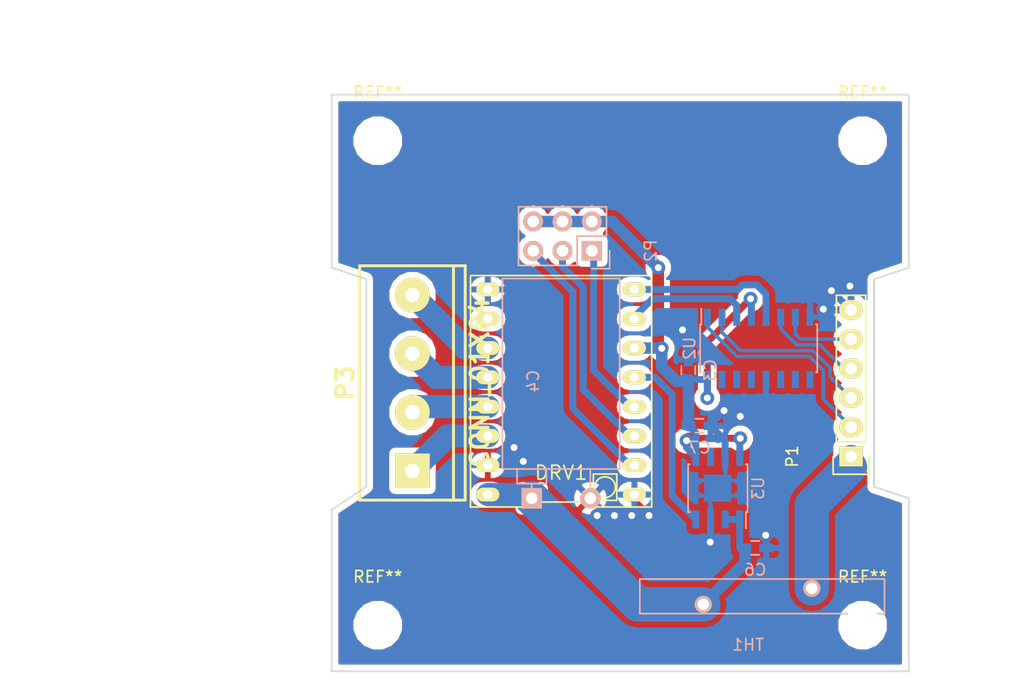
<source format=kicad_pcb>
(kicad_pcb (version 4) (host pcbnew 0.201604212031+6706~44~ubuntu14.04.1-product)

  (general
    (links 44)
    (no_connects 0)
    (area 96.924999 29.924999 147.075001 80.075001)
    (thickness 1.6)
    (drawings 17)
    (tracks 151)
    (zones 0)
    (modules 15)
    (nets 27)
  )

  (page A4)
  (layers
    (0 F.Cu signal)
    (31 B.Cu signal)
    (32 B.Adhes user)
    (33 F.Adhes user)
    (34 B.Paste user)
    (35 F.Paste user)
    (36 B.SilkS user)
    (37 F.SilkS user)
    (38 B.Mask user)
    (39 F.Mask user)
    (40 Dwgs.User user)
    (41 Cmts.User user)
    (42 Eco1.User user)
    (43 Eco2.User user)
    (44 Edge.Cuts user)
    (45 Margin user)
    (46 B.CrtYd user)
    (47 F.CrtYd user)
    (48 B.Fab user)
    (49 F.Fab user)
  )

  (setup
    (last_trace_width 0.25)
    (user_trace_width 0.3)
    (user_trace_width 0.6)
    (user_trace_width 1)
    (user_trace_width 2)
    (user_trace_width 3)
    (trace_clearance 0.2)
    (zone_clearance 0.508)
    (zone_45_only no)
    (trace_min 0.2)
    (segment_width 0.2)
    (edge_width 0.15)
    (via_size 1.2)
    (via_drill 0.6)
    (via_min_size 0.4)
    (via_min_drill 0.3)
    (user_via 1.2 0.6)
    (uvia_size 0.3)
    (uvia_drill 0.1)
    (uvias_allowed no)
    (uvia_min_size 0.2)
    (uvia_min_drill 0.1)
    (pcb_text_width 0.3)
    (pcb_text_size 1.5 1.5)
    (mod_edge_width 0.15)
    (mod_text_size 1 1)
    (mod_text_width 0.15)
    (pad_size 1.175 1.175)
    (pad_drill 0)
    (pad_to_mask_clearance 0.2)
    (aux_axis_origin 0 0)
    (visible_elements FFFFFF7F)
    (pcbplotparams
      (layerselection 0x01000_ffffffff)
      (usegerberextensions false)
      (excludeedgelayer true)
      (linewidth 0.100000)
      (plotframeref false)
      (viasonmask false)
      (mode 1)
      (useauxorigin false)
      (hpglpennumber 1)
      (hpglpenspeed 20)
      (hpglpendiameter 15)
      (psnegative false)
      (psa4output false)
      (plotreference true)
      (plotvalue true)
      (plotinvisibletext false)
      (padsonsilk false)
      (subtractmaskfromsilk false)
      (outputformat 1)
      (mirror false)
      (drillshape 0)
      (scaleselection 1)
      (outputdirectory gerbers))
  )

  (net 0 "")
  (net 1 VCC)
  (net 2 GND)
  (net 3 +5V)
  (net 4 "Net-(DRV1-Pad2)")
  (net 5 "Net-(DRV1-Pad3)")
  (net 6 "Net-(DRV1-Pad4)")
  (net 7 "Net-(DRV1-Pad7)")
  (net 8 "Net-(DRV1-Pad8)")
  (net 9 "Net-(DRV1-Pad10)")
  (net 10 "Net-(DRV1-Pad11)")
  (net 11 "Net-(DRV1-Pad12)")
  (net 12 "Net-(DRV1-Pad13)")
  (net 13 "Net-(DRV1-Pad14)")
  (net 14 "Net-(P1-Pad2)")
  (net 15 "Net-(P1-Pad3)")
  (net 16 "Net-(P1-Pad4)")
  (net 17 "Net-(P1-Pad5)")
  (net 18 "Net-(U2-Pad11)")
  (net 19 "Net-(U2-Pad13)")
  (net 20 "Net-(P1-Pad1)")
  (net 21 "Net-(U2-Pad9)")
  (net 22 "Net-(U2-Pad10)")
  (net 23 "Net-(U2-Pad14)")
  (net 24 "Net-(U2-Pad15)")
  (net 25 "Net-(U3-Pad6)")
  (net 26 "Net-(DRV1-Pad5)")

  (net_class Default "This is the default net class."
    (clearance 0.2)
    (trace_width 0.25)
    (via_dia 1.2)
    (via_drill 0.6)
    (uvia_dia 0.3)
    (uvia_drill 0.1)
    (add_net +5V)
    (add_net GND)
    (add_net "Net-(DRV1-Pad10)")
    (add_net "Net-(DRV1-Pad11)")
    (add_net "Net-(DRV1-Pad12)")
    (add_net "Net-(DRV1-Pad13)")
    (add_net "Net-(DRV1-Pad14)")
    (add_net "Net-(DRV1-Pad2)")
    (add_net "Net-(DRV1-Pad3)")
    (add_net "Net-(DRV1-Pad4)")
    (add_net "Net-(DRV1-Pad5)")
    (add_net "Net-(DRV1-Pad7)")
    (add_net "Net-(DRV1-Pad8)")
    (add_net "Net-(P1-Pad1)")
    (add_net "Net-(P1-Pad2)")
    (add_net "Net-(P1-Pad3)")
    (add_net "Net-(P1-Pad4)")
    (add_net "Net-(P1-Pad5)")
    (add_net "Net-(U2-Pad10)")
    (add_net "Net-(U2-Pad11)")
    (add_net "Net-(U2-Pad13)")
    (add_net "Net-(U2-Pad14)")
    (add_net "Net-(U2-Pad15)")
    (add_net "Net-(U2-Pad9)")
    (add_net "Net-(U3-Pad6)")
    (add_net VCC)
  )

  (module Mounting_Holes:MountingHole_3.2mm_M3 (layer F.Cu) (tedit 57179BCA) (tstamp 5715B264)
    (at 143 76)
    (descr "Mounting Hole 3.2mm, no annular, M3")
    (tags "mounting hole 3.2mm no annular m3")
    (fp_text reference REF** (at 0 -4.2) (layer F.SilkS)
      (effects (font (size 1 1) (thickness 0.15)))
    )
    (fp_text value MountingHole_3.2mm_M3 (at 0 4.2) (layer F.Fab) hide
      (effects (font (size 1 1) (thickness 0.15)))
    )
    (fp_circle (center 0 0) (end 3.2 0) (layer Cmts.User) (width 0.15))
    (fp_circle (center 0 0) (end 3.45 0) (layer F.CrtYd) (width 0.05))
    (pad 1 np_thru_hole circle (at 0 0) (size 3.2 3.2) (drill 3.2) (layers *.Cu *.Mask F.SilkS))
  )

  (module Mounting_Holes:MountingHole_3.2mm_M3 (layer F.Cu) (tedit 56D1B4CB) (tstamp 5715B260)
    (at 101 76)
    (descr "Mounting Hole 3.2mm, no annular, M3")
    (tags "mounting hole 3.2mm no annular m3")
    (fp_text reference REF** (at 0 -4.2) (layer F.SilkS)
      (effects (font (size 1 1) (thickness 0.15)))
    )
    (fp_text value MountingHole_3.2mm_M3 (at 0 4.2) (layer F.Fab)
      (effects (font (size 1 1) (thickness 0.15)))
    )
    (fp_circle (center 0 0) (end 3.2 0) (layer Cmts.User) (width 0.15))
    (fp_circle (center 0 0) (end 3.45 0) (layer F.CrtYd) (width 0.05))
    (pad 1 np_thru_hole circle (at 0 0) (size 3.2 3.2) (drill 3.2) (layers *.Cu *.Mask F.SilkS))
  )

  (module Mounting_Holes:MountingHole_3.2mm_M3 (layer F.Cu) (tedit 56D1B4CB) (tstamp 5715B25C)
    (at 143 34)
    (descr "Mounting Hole 3.2mm, no annular, M3")
    (tags "mounting hole 3.2mm no annular m3")
    (fp_text reference REF** (at 0 -4.2) (layer F.SilkS)
      (effects (font (size 1 1) (thickness 0.15)))
    )
    (fp_text value MountingHole_3.2mm_M3 (at 0 4.2) (layer F.Fab)
      (effects (font (size 1 1) (thickness 0.15)))
    )
    (fp_circle (center 0 0) (end 3.2 0) (layer Cmts.User) (width 0.15))
    (fp_circle (center 0 0) (end 3.45 0) (layer F.CrtYd) (width 0.05))
    (pad 1 np_thru_hole circle (at 0 0) (size 3.2 3.2) (drill 3.2) (layers *.Cu *.Mask F.SilkS))
  )

  (module Capacitors_SMD:C_0603_HandSoldering (layer B.Cu) (tedit 541A9B4D) (tstamp 5715A687)
    (at 127.9 53.9 90)
    (descr "Capacitor SMD 0603, hand soldering")
    (tags "capacitor 0603")
    (path /5714F484)
    (attr smd)
    (fp_text reference C3 (at 0 1.9 90) (layer B.SilkS)
      (effects (font (size 1 1) (thickness 0.15)) (justify mirror))
    )
    (fp_text value C (at 0 -1.9 90) (layer B.Fab)
      (effects (font (size 1 1) (thickness 0.15)) (justify mirror))
    )
    (fp_line (start -1.85 0.75) (end 1.85 0.75) (layer B.CrtYd) (width 0.05))
    (fp_line (start -1.85 -0.75) (end 1.85 -0.75) (layer B.CrtYd) (width 0.05))
    (fp_line (start -1.85 0.75) (end -1.85 -0.75) (layer B.CrtYd) (width 0.05))
    (fp_line (start 1.85 0.75) (end 1.85 -0.75) (layer B.CrtYd) (width 0.05))
    (fp_line (start -0.35 0.6) (end 0.35 0.6) (layer B.SilkS) (width 0.15))
    (fp_line (start 0.35 -0.6) (end -0.35 -0.6) (layer B.SilkS) (width 0.15))
    (pad 1 smd rect (at -0.95 0 90) (size 1.2 0.75) (layers B.Cu B.Paste B.Mask)
      (net 3 +5V))
    (pad 2 smd rect (at 0.95 0 90) (size 1.2 0.75) (layers B.Cu B.Paste B.Mask)
      (net 2 GND))
    (model Capacitors_SMD.3dshapes/C_0603_HandSoldering.wrl
      (at (xyz 0 0 0))
      (scale (xyz 1 1 1))
      (rotate (xyz 0 0 0))
    )
  )

  (module Socket_Strips:Socket_Strip_Straight_1x06 locked (layer F.Cu) (tedit 0) (tstamp 5715A70A)
    (at 142 61.37 90)
    (descr "Through hole socket strip")
    (tags "socket strip")
    (path /5714E8D4)
    (fp_text reference P1 (at 0 -5.1 90) (layer F.SilkS)
      (effects (font (size 1 1) (thickness 0.15)))
    )
    (fp_text value CONN_01X06 (at 0 -3.1 90) (layer F.Fab)
      (effects (font (size 1 1) (thickness 0.15)))
    )
    (fp_line (start -1.75 -1.75) (end -1.75 1.75) (layer F.CrtYd) (width 0.05))
    (fp_line (start 14.45 -1.75) (end 14.45 1.75) (layer F.CrtYd) (width 0.05))
    (fp_line (start -1.75 -1.75) (end 14.45 -1.75) (layer F.CrtYd) (width 0.05))
    (fp_line (start -1.75 1.75) (end 14.45 1.75) (layer F.CrtYd) (width 0.05))
    (fp_line (start 1.27 1.27) (end 13.97 1.27) (layer F.SilkS) (width 0.15))
    (fp_line (start 13.97 1.27) (end 13.97 -1.27) (layer F.SilkS) (width 0.15))
    (fp_line (start 13.97 -1.27) (end 1.27 -1.27) (layer F.SilkS) (width 0.15))
    (fp_line (start -1.55 1.55) (end 0 1.55) (layer F.SilkS) (width 0.15))
    (fp_line (start 1.27 1.27) (end 1.27 -1.27) (layer F.SilkS) (width 0.15))
    (fp_line (start 0 -1.55) (end -1.55 -1.55) (layer F.SilkS) (width 0.15))
    (fp_line (start -1.55 -1.55) (end -1.55 1.55) (layer F.SilkS) (width 0.15))
    (pad 1 thru_hole rect (at 0 0 90) (size 1.7272 2.032) (drill 1.016) (layers *.Cu *.Mask F.SilkS)
      (net 20 "Net-(P1-Pad1)"))
    (pad 2 thru_hole oval (at 2.54 0 90) (size 1.7272 2.032) (drill 1.016) (layers *.Cu *.Mask F.SilkS)
      (net 14 "Net-(P1-Pad2)"))
    (pad 3 thru_hole oval (at 5.08 0 90) (size 1.7272 2.032) (drill 1.016) (layers *.Cu *.Mask F.SilkS)
      (net 15 "Net-(P1-Pad3)"))
    (pad 4 thru_hole oval (at 7.62 0 90) (size 1.7272 2.032) (drill 1.016) (layers *.Cu *.Mask F.SilkS)
      (net 16 "Net-(P1-Pad4)"))
    (pad 5 thru_hole oval (at 10.16 0 90) (size 1.7272 2.032) (drill 1.016) (layers *.Cu *.Mask F.SilkS)
      (net 17 "Net-(P1-Pad5)"))
    (pad 6 thru_hole oval (at 12.7 0 90) (size 1.7272 2.032) (drill 1.016) (layers *.Cu *.Mask F.SilkS)
      (net 2 GND))
    (model Socket_Strips.3dshapes/Socket_Strip_Straight_1x06.wrl
      (at (xyz 0.25 0 0))
      (scale (xyz 1 1 1))
      (rotate (xyz 0 0 180))
    )
  )

  (module Housings_SOIC:SOIC-16_3.9x9.9mm_Pitch1.27mm (layer B.Cu) (tedit 54130A77) (tstamp 5715A773)
    (at 134 52 270)
    (descr "16-Lead Plastic Small Outline (SL) - Narrow, 3.90 mm Body [SOIC] (see Microchip Packaging Specification 00000049BS.pdf)")
    (tags "SOIC 1.27")
    (path /5715D3AF)
    (attr smd)
    (fp_text reference U2 (at 0 6 270) (layer B.SilkS)
      (effects (font (size 1 1) (thickness 0.15)) (justify mirror))
    )
    (fp_text value MAX3093 (at 0 -6 270) (layer B.Fab)
      (effects (font (size 1 1) (thickness 0.15)) (justify mirror))
    )
    (fp_line (start -3.7 5.25) (end -3.7 -5.25) (layer B.CrtYd) (width 0.05))
    (fp_line (start 3.7 5.25) (end 3.7 -5.25) (layer B.CrtYd) (width 0.05))
    (fp_line (start -3.7 5.25) (end 3.7 5.25) (layer B.CrtYd) (width 0.05))
    (fp_line (start -3.7 -5.25) (end 3.7 -5.25) (layer B.CrtYd) (width 0.05))
    (fp_line (start -2.075 5.075) (end -2.075 4.97) (layer B.SilkS) (width 0.15))
    (fp_line (start 2.075 5.075) (end 2.075 4.97) (layer B.SilkS) (width 0.15))
    (fp_line (start 2.075 -5.075) (end 2.075 -4.97) (layer B.SilkS) (width 0.15))
    (fp_line (start -2.075 -5.075) (end -2.075 -4.97) (layer B.SilkS) (width 0.15))
    (fp_line (start -2.075 5.075) (end 2.075 5.075) (layer B.SilkS) (width 0.15))
    (fp_line (start -2.075 -5.075) (end 2.075 -5.075) (layer B.SilkS) (width 0.15))
    (fp_line (start -2.075 4.97) (end -3.45 4.97) (layer B.SilkS) (width 0.15))
    (pad 1 smd rect (at -2.7 4.445 270) (size 1.5 0.6) (layers B.Cu B.Paste B.Mask)
      (net 14 "Net-(P1-Pad2)"))
    (pad 2 smd rect (at -2.7 3.175 270) (size 1.5 0.6) (layers B.Cu B.Paste B.Mask)
      (net 15 "Net-(P1-Pad3)"))
    (pad 3 smd rect (at -2.7 1.905 270) (size 1.5 0.6) (layers B.Cu B.Paste B.Mask)
      (net 7 "Net-(DRV1-Pad7)"))
    (pad 4 smd rect (at -2.7 0.635 270) (size 1.5 0.6) (layers B.Cu B.Paste B.Mask)
      (net 3 +5V))
    (pad 5 smd rect (at -2.7 -0.635 270) (size 1.5 0.6) (layers B.Cu B.Paste B.Mask)
      (net 8 "Net-(DRV1-Pad8)"))
    (pad 6 smd rect (at -2.7 -1.905 270) (size 1.5 0.6) (layers B.Cu B.Paste B.Mask)
      (net 16 "Net-(P1-Pad4)"))
    (pad 7 smd rect (at -2.7 -3.175 270) (size 1.5 0.6) (layers B.Cu B.Paste B.Mask)
      (net 17 "Net-(P1-Pad5)"))
    (pad 8 smd rect (at -2.7 -4.445 270) (size 1.5 0.6) (layers B.Cu B.Paste B.Mask)
      (net 2 GND))
    (pad 9 smd rect (at 2.7 -4.445 270) (size 1.5 0.6) (layers B.Cu B.Paste B.Mask)
      (net 21 "Net-(U2-Pad9)"))
    (pad 10 smd rect (at 2.7 -3.175 270) (size 1.5 0.6) (layers B.Cu B.Paste B.Mask)
      (net 22 "Net-(U2-Pad10)"))
    (pad 11 smd rect (at 2.7 -1.905 270) (size 1.5 0.6) (layers B.Cu B.Paste B.Mask)
      (net 18 "Net-(U2-Pad11)"))
    (pad 12 smd rect (at 2.7 -0.635 270) (size 1.5 0.6) (layers B.Cu B.Paste B.Mask)
      (net 2 GND))
    (pad 13 smd rect (at 2.7 0.635 270) (size 1.5 0.6) (layers B.Cu B.Paste B.Mask)
      (net 19 "Net-(U2-Pad13)"))
    (pad 14 smd rect (at 2.7 1.905 270) (size 1.5 0.6) (layers B.Cu B.Paste B.Mask)
      (net 23 "Net-(U2-Pad14)"))
    (pad 15 smd rect (at 2.7 3.175 270) (size 1.5 0.6) (layers B.Cu B.Paste B.Mask)
      (net 24 "Net-(U2-Pad15)"))
    (pad 16 smd rect (at 2.7 4.445 270) (size 1.5 0.6) (layers B.Cu B.Paste B.Mask)
      (net 3 +5V))
    (model Housings_SOIC.3dshapes/SOIC-16_3.9x9.9mm_Pitch1.27mm.wrl
      (at (xyz 0 0 0))
      (scale (xyz 1 1 1))
      (rotate (xyz 0 0 0))
    )
  )

  (module Pin_Headers:Pin_Header_Straight_2x03 (layer B.Cu) (tedit 54EA0A4B) (tstamp 5715A721)
    (at 119.54 43.54 90)
    (descr "Through hole pin header")
    (tags "pin header")
    (path /5714F831)
    (fp_text reference P2 (at 0 5.1 90) (layer B.SilkS)
      (effects (font (size 1 1) (thickness 0.15)) (justify mirror))
    )
    (fp_text value CONN_02X03 (at 0 3.1 90) (layer B.Fab)
      (effects (font (size 1 1) (thickness 0.15)) (justify mirror))
    )
    (fp_line (start -1.27 -1.27) (end -1.27 -6.35) (layer B.SilkS) (width 0.15))
    (fp_line (start -1.55 1.55) (end 0 1.55) (layer B.SilkS) (width 0.15))
    (fp_line (start -1.75 1.75) (end -1.75 -6.85) (layer B.CrtYd) (width 0.05))
    (fp_line (start 4.3 1.75) (end 4.3 -6.85) (layer B.CrtYd) (width 0.05))
    (fp_line (start -1.75 1.75) (end 4.3 1.75) (layer B.CrtYd) (width 0.05))
    (fp_line (start -1.75 -6.85) (end 4.3 -6.85) (layer B.CrtYd) (width 0.05))
    (fp_line (start 1.27 1.27) (end 1.27 -1.27) (layer B.SilkS) (width 0.15))
    (fp_line (start 1.27 -1.27) (end -1.27 -1.27) (layer B.SilkS) (width 0.15))
    (fp_line (start -1.27 -6.35) (end 3.81 -6.35) (layer B.SilkS) (width 0.15))
    (fp_line (start 3.81 -6.35) (end 3.81 -1.27) (layer B.SilkS) (width 0.15))
    (fp_line (start -1.55 1.55) (end -1.55 0) (layer B.SilkS) (width 0.15))
    (fp_line (start 3.81 1.27) (end 1.27 1.27) (layer B.SilkS) (width 0.15))
    (fp_line (start 3.81 -1.27) (end 3.81 1.27) (layer B.SilkS) (width 0.15))
    (pad 1 thru_hole rect (at 0 0 90) (size 1.7272 1.7272) (drill 1.016) (layers *.Cu *.Mask B.SilkS)
      (net 6 "Net-(DRV1-Pad4)"))
    (pad 2 thru_hole oval (at 2.54 0 90) (size 1.7272 1.7272) (drill 1.016) (layers *.Cu *.Mask B.SilkS)
      (net 3 +5V))
    (pad 3 thru_hole oval (at 0 -2.54 90) (size 1.7272 1.7272) (drill 1.016) (layers *.Cu *.Mask B.SilkS)
      (net 5 "Net-(DRV1-Pad3)"))
    (pad 4 thru_hole oval (at 2.54 -2.54 90) (size 1.7272 1.7272) (drill 1.016) (layers *.Cu *.Mask B.SilkS)
      (net 3 +5V))
    (pad 5 thru_hole oval (at 0 -5.08 90) (size 1.7272 1.7272) (drill 1.016) (layers *.Cu *.Mask B.SilkS)
      (net 4 "Net-(DRV1-Pad2)"))
    (pad 6 thru_hole oval (at 2.54 -5.08 90) (size 1.7272 1.7272) (drill 1.016) (layers *.Cu *.Mask B.SilkS)
      (net 3 +5V))
    (model Pin_Headers.3dshapes/Pin_Header_Straight_2x03.wrl
      (at (xyz 0.05 -0.1 -0.07000000000000001))
      (scale (xyz 1 1 1))
      (rotate (xyz 0 180 90))
    )
  )

  (module Discret:CPR10X16 (layer B.Cu) (tedit 0) (tstamp 5715A6C2)
    (at 117 65 270)
    (descr "Condensateur polarise couche")
    (tags CP)
    (path /5714EF07)
    (fp_text reference C4 (at -10.16 2.54 270) (layer B.SilkS)
      (effects (font (size 1 1) (thickness 0.15)) (justify mirror))
    )
    (fp_text value CP1 (at -10.16 -2.54 270) (layer B.Fab)
      (effects (font (size 1 1) (thickness 0.15)) (justify mirror))
    )
    (fp_line (start -2.54 5.207) (end -19.05 5.207) (layer B.SilkS) (width 0.15))
    (fp_line (start -19.05 5.207) (end -19.05 -4.953) (layer B.SilkS) (width 0.15))
    (fp_line (start -19.05 -4.953) (end -2.54 -4.953) (layer B.SilkS) (width 0.15))
    (fp_line (start -2.54 -4.953) (end -2.54 5.207) (layer B.SilkS) (width 0.15))
    (fp_line (start -2.54 3.937) (end -1.27 3.937) (layer B.SilkS) (width 0.15))
    (fp_line (start -1.27 3.937) (end -1.27 1.397) (layer B.SilkS) (width 0.15))
    (fp_line (start -1.27 1.397) (end -2.54 1.397) (layer B.SilkS) (width 0.15))
    (fp_line (start -1.27 2.667) (end 0 2.667) (layer B.SilkS) (width 0.15))
    (fp_line (start -2.54 -2.413) (end 0 -2.413) (layer B.SilkS) (width 0.15))
    (pad 1 thru_hole rect (at 0 2.667 270) (size 1.778 1.778) (drill 1.016) (layers *.Cu *.SilkS *.Mask)
      (net 1 VCC))
    (pad 2 thru_hole circle (at 0 -2.413 270) (size 1.778 1.778) (drill 1.016) (layers *.Cu *.SilkS *.Mask)
      (net 2 GND))
    (model Discret.3dshapes/CPR10X16.wrl
      (at (xyz 0 0 0.1))
      (scale (xyz 1 1 1))
      (rotate (xyz 0 0 0))
    )
  )

  (module Mounting_Holes:MountingHole_3.2mm_M3 (layer F.Cu) (tedit 56D1B4CB) (tstamp 5715B25A)
    (at 101 34)
    (descr "Mounting Hole 3.2mm, no annular, M3")
    (tags "mounting hole 3.2mm no annular m3")
    (fp_text reference REF** (at 0 -4.2) (layer F.SilkS)
      (effects (font (size 1 1) (thickness 0.15)))
    )
    (fp_text value MountingHole_3.2mm_M3 (at 0 4.2) (layer F.Fab)
      (effects (font (size 1 1) (thickness 0.15)))
    )
    (fp_circle (center 0 0) (end 3.2 0) (layer Cmts.User) (width 0.15))
    (fp_circle (center 0 0) (end 3.45 0) (layer F.CrtYd) (width 0.05))
    (pad 1 np_thru_hole circle (at 0 0) (size 3.2 3.2) (drill 3.2) (layers *.Cu *.Mask F.SilkS))
  )

  (module w_conn_screw:mors_4p (layer F.Cu) (tedit 0) (tstamp 57179A7C)
    (at 104 55 90)
    (descr "Terminal block 4 pins")
    (tags DEV)
    (path /5714EF61)
    (fp_text reference P3 (at 0 -5.842 90) (layer F.SilkS)
      (effects (font (thickness 0.3048)))
    )
    (fp_text value CONN_01X04 (at 0 5.842 90) (layer F.SilkS)
      (effects (font (thickness 0.3048)))
    )
    (fp_line (start 10.16 4.572) (end -10.16 4.572) (layer F.SilkS) (width 0.254))
    (fp_line (start 10.16 -4.572) (end -10.16 -4.572) (layer F.SilkS) (width 0.254))
    (fp_line (start -10.16 3.556) (end 10.16 3.556) (layer F.SilkS) (width 0.254))
    (fp_line (start 10.16 -4.572) (end 10.16 4.572) (layer F.SilkS) (width 0.254))
    (fp_line (start -10.16 4.572) (end -10.16 3.556) (layer F.SilkS) (width 0.254))
    (fp_line (start -10.16 -4.572) (end -10.16 -3.81) (layer F.SilkS) (width 0.254))
    (fp_line (start -10.16 3.81) (end -10.16 -3.81) (layer F.SilkS) (width 0.254))
    (pad 1 thru_hole rect (at -7.62 0 90) (size 2.99974 2.99974) (drill 1.24968) (layers *.Cu *.Mask F.SilkS)
      (net 13 "Net-(DRV1-Pad14)"))
    (pad 2 thru_hole circle (at -2.54 0 90) (size 2.99974 2.99974) (drill 1.24968) (layers *.Cu *.Mask F.SilkS)
      (net 12 "Net-(DRV1-Pad13)"))
    (pad 3 thru_hole circle (at 2.54 0 90) (size 2.99974 2.99974) (drill 1.24968) (layers *.Cu *.Mask F.SilkS)
      (net 11 "Net-(DRV1-Pad12)"))
    (pad 4 thru_hole circle (at 7.62 0 90) (size 2.99974 2.99974) (drill 1.24968) (layers *.Cu *.Mask F.SilkS)
      (net 10 "Net-(DRV1-Pad11)"))
    (model walter/conn_screw/mors_4p.wrl
      (at (xyz 0 0 0))
      (scale (xyz 1 1 1))
      (rotate (xyz 0 0 0))
    )
  )

  (module Capacitors_SMD:C_0603_HandSoldering (layer B.Cu) (tedit 541A9B4D) (tstamp 5717A443)
    (at 133.7 69.3)
    (descr "Capacitor SMD 0603, hand soldering")
    (tags "capacitor 0603")
    (path /5717A2B1)
    (attr smd)
    (fp_text reference C6 (at 0 1.9) (layer B.SilkS)
      (effects (font (size 1 1) (thickness 0.15)) (justify mirror))
    )
    (fp_text value 1u (at 0 -1.9) (layer B.Fab)
      (effects (font (size 1 1) (thickness 0.15)) (justify mirror))
    )
    (fp_line (start -1.85 0.75) (end 1.85 0.75) (layer B.CrtYd) (width 0.05))
    (fp_line (start -1.85 -0.75) (end 1.85 -0.75) (layer B.CrtYd) (width 0.05))
    (fp_line (start -1.85 0.75) (end -1.85 -0.75) (layer B.CrtYd) (width 0.05))
    (fp_line (start 1.85 0.75) (end 1.85 -0.75) (layer B.CrtYd) (width 0.05))
    (fp_line (start -0.35 0.6) (end 0.35 0.6) (layer B.SilkS) (width 0.15))
    (fp_line (start 0.35 -0.6) (end -0.35 -0.6) (layer B.SilkS) (width 0.15))
    (pad 1 smd rect (at -0.95 0) (size 1.2 0.75) (layers B.Cu B.Paste B.Mask)
      (net 1 VCC))
    (pad 2 smd rect (at 0.95 0) (size 1.2 0.75) (layers B.Cu B.Paste B.Mask)
      (net 2 GND))
    (model Capacitors_SMD.3dshapes/C_0603_HandSoldering.wrl
      (at (xyz 0 0 0))
      (scale (xyz 1 1 1))
      (rotate (xyz 0 0 0))
    )
  )

  (module Capacitors_SMD:C_0603_HandSoldering (layer B.Cu) (tedit 541A9B4D) (tstamp 5717A44F)
    (at 128.871417 58.710653)
    (descr "Capacitor SMD 0603, hand soldering")
    (tags "capacitor 0603")
    (path /5717A2B2)
    (attr smd)
    (fp_text reference C7 (at 0 1.9) (layer B.SilkS)
      (effects (font (size 1 1) (thickness 0.15)) (justify mirror))
    )
    (fp_text value 1u (at 0 -1.9) (layer B.Fab)
      (effects (font (size 1 1) (thickness 0.15)) (justify mirror))
    )
    (fp_line (start -1.85 0.75) (end 1.85 0.75) (layer B.CrtYd) (width 0.05))
    (fp_line (start -1.85 -0.75) (end 1.85 -0.75) (layer B.CrtYd) (width 0.05))
    (fp_line (start -1.85 0.75) (end -1.85 -0.75) (layer B.CrtYd) (width 0.05))
    (fp_line (start 1.85 0.75) (end 1.85 -0.75) (layer B.CrtYd) (width 0.05))
    (fp_line (start -0.35 0.6) (end 0.35 0.6) (layer B.SilkS) (width 0.15))
    (fp_line (start 0.35 -0.6) (end -0.35 -0.6) (layer B.SilkS) (width 0.15))
    (pad 1 smd rect (at -0.95 0) (size 1.2 0.75) (layers B.Cu B.Paste B.Mask)
      (net 3 +5V))
    (pad 2 smd rect (at 0.95 0) (size 1.2 0.75) (layers B.Cu B.Paste B.Mask)
      (net 2 GND))
    (model Capacitors_SMD.3dshapes/C_0603_HandSoldering.wrl
      (at (xyz 0 0 0))
      (scale (xyz 1 1 1))
      (rotate (xyz 0 0 0))
    )
  )

  (module Housings_SOIC:SOIC-8-1EP_3.9x4.9mm_Pitch1.27mm (layer B.Cu) (tedit 5718C816) (tstamp 5717A4C6)
    (at 130.458917 64.123153 90)
    (descr "8-Lead Thermally Enhanced Plastic Small Outline (SE) - Narrow, 3.90 mm Body [SOIC] (see Microchip Packaging Specification 00000049BS.pdf)")
    (tags "SOIC 1.27")
    (path /5717A2B8)
    (attr smd)
    (fp_text reference U3 (at 0 3.5 90) (layer B.SilkS)
      (effects (font (size 1 1) (thickness 0.15)) (justify mirror))
    )
    (fp_text value MAX5024 (at 0 -3.5 90) (layer B.Fab)
      (effects (font (size 1 1) (thickness 0.15)) (justify mirror))
    )
    (fp_line (start -3.75 2.75) (end -3.75 -2.75) (layer B.CrtYd) (width 0.05))
    (fp_line (start 3.75 2.75) (end 3.75 -2.75) (layer B.CrtYd) (width 0.05))
    (fp_line (start -3.75 2.75) (end 3.75 2.75) (layer B.CrtYd) (width 0.05))
    (fp_line (start -3.75 -2.75) (end 3.75 -2.75) (layer B.CrtYd) (width 0.05))
    (fp_line (start -2.075 2.575) (end -2.075 2.43) (layer B.SilkS) (width 0.15))
    (fp_line (start 2.075 2.575) (end 2.075 2.43) (layer B.SilkS) (width 0.15))
    (fp_line (start 2.075 -2.575) (end 2.075 -2.43) (layer B.SilkS) (width 0.15))
    (fp_line (start -2.075 -2.575) (end -2.075 -2.43) (layer B.SilkS) (width 0.15))
    (fp_line (start -2.075 2.575) (end 2.075 2.575) (layer B.SilkS) (width 0.15))
    (fp_line (start -2.075 -2.575) (end 2.075 -2.575) (layer B.SilkS) (width 0.15))
    (fp_line (start -2.075 2.43) (end -3.475 2.43) (layer B.SilkS) (width 0.15))
    (pad 1 smd rect (at -2.7 1.905 90) (size 1.55 0.6) (layers B.Cu B.Paste B.Mask)
      (net 1 VCC))
    (pad 2 smd rect (at -2.7 0.635 90) (size 1.55 0.6) (layers B.Cu B.Paste B.Mask)
      (net 1 VCC))
    (pad 3 smd rect (at -2.7 -0.635 90) (size 1.55 0.6) (layers B.Cu B.Paste B.Mask)
      (net 2 GND))
    (pad 4 smd rect (at -2.7 -1.905 90) (size 1.55 0.6) (layers B.Cu B.Paste B.Mask)
      (net 26 "Net-(DRV1-Pad5)"))
    (pad 5 smd rect (at 2.7 -1.905 90) (size 1.55 0.6) (layers B.Cu B.Paste B.Mask)
      (net 3 +5V))
    (pad 6 smd rect (at 2.7 -0.635 90) (size 1.55 0.6) (layers B.Cu B.Paste B.Mask)
      (net 25 "Net-(U3-Pad6)"))
    (pad 7 smd rect (at 2.7 0.635 90) (size 1.55 0.6) (layers B.Cu B.Paste B.Mask)
      (net 2 GND))
    (pad 8 smd rect (at 2.7 1.905 90) (size 1.55 0.6) (layers B.Cu B.Paste B.Mask)
      (net 3 +5V))
    (pad 9 smd rect (at 0.5875 -0.5875 90) (size 1.175 1.175) (layers B.Cu B.Paste B.Mask)
      (net 2 GND) (solder_paste_margin_ratio -0.2))
    (pad 9 smd rect (at 0.5875 0.5875 90) (size 1.175 1.175) (layers B.Cu B.Paste B.Mask)
      (net 2 GND) (solder_paste_margin_ratio -0.2))
    (pad 9 smd rect (at -0.5875 -0.5875 90) (size 1.175 1.175) (layers B.Cu B.Paste B.Mask)
      (net 2 GND) (solder_paste_margin_ratio -0.2))
    (pad 9 smd rect (at -0.5875 0.5875 90) (size 1.175 1.175) (layers B.Cu B.Paste B.Mask)
      (net 2 GND) (solder_paste_margin_ratio -0.2))
    (model Housings_SOIC.3dshapes/SOIC-8-1EP_3.9x4.9mm_Pitch1.27mm.wrl
      (at (xyz 0 0 0))
      (scale (xyz 1 1 1))
      (rotate (xyz 0 0 0))
    )
  )

  (module dip-sw:MC36201 (layer B.Cu) (tedit 57172765) (tstamp 5715A742)
    (at 129.2 74.2)
    (descr "Capacitor 12mm Disc, Pitch 7.75mm")
    (tags Capacitor)
    (path /5715085E)
    (fp_text reference TH1 (at 3.875 3.5) (layer B.SilkS)
      (effects (font (size 1 1) (thickness 0.15)) (justify mirror))
    )
    (fp_text value THERMISTOR (at 3.875 -3.5) (layer B.Fab)
      (effects (font (size 1 1) (thickness 0.15)) (justify mirror))
    )
    (fp_line (start -6.35 1.27) (end 16.51 1.27) (layer B.CrtYd) (width 0.05))
    (fp_line (start 16.51 1.27) (end 16.51 -2.54) (layer B.CrtYd) (width 0.05))
    (fp_line (start 16.51 -2.54) (end -6.35 -2.54) (layer B.CrtYd) (width 0.05))
    (fp_line (start -6.35 -2.54) (end -6.35 1.27) (layer B.CrtYd) (width 0.05))
    (fp_line (start -5.5 0.8) (end 15.7 0.8) (layer B.SilkS) (width 0.15))
    (fp_line (start 15.7 0.8) (end 15.7 -2.2) (layer B.SilkS) (width 0.15))
    (fp_line (start 15.7 -2.2) (end -5.5 -2.2) (layer B.SilkS) (width 0.15))
    (fp_line (start -5.5 -2.2) (end -5.5 0.8) (layer B.SilkS) (width 0.15))
    (pad 1 thru_hole circle (at 0 0) (size 1.5 1.5) (drill 1) (layers *.Cu *.Mask B.SilkS)
      (net 1 VCC))
    (pad 2 thru_hole circle (at 9.4 -1.4) (size 1.5 1.5) (drill 1) (layers *.Cu *.Mask B.SilkS)
      (net 20 "Net-(P1-Pad1)"))
    (model Capacitors_ThroughHole.3dshapes/C_Disc_D12_P7.75.wrl
      (at (xyz 0.15255906 0 0))
      (scale (xyz 1 1 1))
      (rotate (xyz 0 0 0))
    )
  )

  (module fresnel:DRV8825 (layer F.Cu) (tedit 56E19F2A) (tstamp 5715A6F5)
    (at 116.879759 55.784669 90)
    (path /5714DDB6)
    (fp_text reference DRV1 (at -7 0 180) (layer F.SilkS)
      (effects (font (size 1.2 1.2) (thickness 0.15)))
    )
    (fp_text value POLOLU-DRV8825 (at 0 0 90) (layer F.Fab)
      (effects (font (size 1.2 1.2) (thickness 0.15)))
    )
    (fp_line (start -9.398 2.794) (end -7.112 2.794) (layer F.SilkS) (width 0.15))
    (fp_line (start -7.112 2.794) (end -7.112 4.826) (layer F.SilkS) (width 0.15))
    (fp_line (start -7.112 4.826) (end -9.398 4.826) (layer F.SilkS) (width 0.15))
    (fp_line (start -9.398 4.826) (end -9.398 2.794) (layer F.SilkS) (width 0.15))
    (fp_circle (center -8.255 3.81) (end -7.62 3.175) (layer F.SilkS) (width 0.15))
    (fp_line (start 10.0965 -7.8105) (end 10.0965 7.874) (layer F.SilkS) (width 0.15))
    (fp_line (start -9.9695 2.2225) (end -9.9695 7.8105) (layer F.SilkS) (width 0.15))
    (fp_line (start -9.9695 -2.2225) (end -9.9695 -7.874) (layer F.SilkS) (width 0.15))
    (fp_line (start -9.99 7.849999) (end 9.99 7.85) (layer F.SilkS) (width 0.15))
    (fp_line (start 9.99 -7.849999) (end -9.99 -7.85) (layer F.SilkS) (width 0.15))
    (fp_line (start -9.99 -2.193333) (end -9.54 -2.193333) (layer F.SilkS) (width 0.15))
    (fp_line (start -9.54 -2.193333) (end -9.54 2.193333) (layer F.SilkS) (width 0.15))
    (fp_line (start -9.54 2.193333) (end -9.99 2.193333) (layer F.SilkS) (width 0.15))
    (pad 16 thru_hole oval (at -8.89 -6.35 90) (size 1.2 2) (drill 0.8) (layers *.Cu *.Mask F.SilkS)
      (net 1 VCC))
    (pad 1 thru_hole oval (at -8.89 6.35 90) (size 1.2 2) (drill 0.8) (layers *.Cu *.Mask F.SilkS)
      (net 2 GND))
    (pad 15 thru_hole oval (at -6.35 -6.35 90) (size 1.2 2) (drill 0.8) (layers *.Cu *.Mask F.SilkS)
      (net 2 GND))
    (pad 2 thru_hole oval (at -6.35 6.35 90) (size 1.2 2) (drill 0.8) (layers *.Cu *.Mask F.SilkS)
      (net 4 "Net-(DRV1-Pad2)"))
    (pad 14 thru_hole oval (at -3.81 -6.35 90) (size 1.2 2) (drill 0.8) (layers *.Cu *.Mask F.SilkS)
      (net 13 "Net-(DRV1-Pad14)"))
    (pad 3 thru_hole oval (at -3.81 6.35 90) (size 1.2 2) (drill 0.8) (layers *.Cu *.Mask F.SilkS)
      (net 5 "Net-(DRV1-Pad3)"))
    (pad 13 thru_hole oval (at -1.27 -6.35 90) (size 1.2 2) (drill 0.8) (layers *.Cu *.Mask F.SilkS)
      (net 12 "Net-(DRV1-Pad13)"))
    (pad 4 thru_hole oval (at -1.27 6.35 90) (size 1.2 2) (drill 0.8) (layers *.Cu *.Mask F.SilkS)
      (net 6 "Net-(DRV1-Pad4)"))
    (pad 12 thru_hole oval (at 1.27 -6.35 90) (size 1.2 2) (drill 0.8) (layers *.Cu *.Mask F.SilkS)
      (net 11 "Net-(DRV1-Pad12)"))
    (pad 5 thru_hole oval (at 1.27 6.35 90) (size 1.2 2) (drill 0.8) (layers *.Cu *.Mask F.SilkS)
      (net 26 "Net-(DRV1-Pad5)"))
    (pad 11 thru_hole oval (at 3.81 -6.35 90) (size 1.2 2) (drill 0.8) (layers *.Cu *.Mask F.SilkS)
      (net 10 "Net-(DRV1-Pad11)"))
    (pad 6 thru_hole oval (at 3.81 6.35 90) (size 1.2 2) (drill 0.8) (layers *.Cu *.Mask F.SilkS)
      (net 3 +5V))
    (pad 10 thru_hole oval (at 6.35 -6.35 90) (size 1.2 2) (drill 0.8) (layers *.Cu *.Mask F.SilkS)
      (net 9 "Net-(DRV1-Pad10)"))
    (pad 7 thru_hole oval (at 6.35 6.35 90) (size 1.2 2) (drill 0.8) (layers *.Cu *.Mask F.SilkS)
      (net 7 "Net-(DRV1-Pad7)"))
    (pad 9 thru_hole oval (at 8.89 -6.35 90) (size 1.2 2) (drill 0.8) (layers *.Cu *.Mask F.SilkS)
      (net 2 GND))
    (pad 8 thru_hole oval (at 8.89 6.35 90) (size 1.2 2) (drill 0.8) (layers *.Cu *.Mask F.SilkS)
      (net 8 "Net-(DRV1-Pad8)"))
    (model :proj3d:8825.wrl
      (at (xyz 0.395 0.3 -0.2))
      (scale (xyz 0.3937 0.3937 0.3937))
      (rotate (xyz 0 0 180))
    )
  )

  (gr_line (start 147 65) (end 147 80) (layer Edge.Cuts) (width 0.15))
  (gr_line (start 147 30) (end 147 45) (layer Edge.Cuts) (width 0.15))
  (gr_line (start 144 64) (end 147 65) (layer Edge.Cuts) (width 0.15))
  (gr_line (start 144 46) (end 144 64) (layer Edge.Cuts) (width 0.15))
  (gr_line (start 147 45) (end 144 46) (layer Edge.Cuts) (width 0.15))
  (dimension 21 (width 0.3) (layer Cmts.User)
    (gr_text "21,000 mm" (at 93.65 55.5 90) (layer Cmts.User)
      (effects (font (size 1.5 1.5) (thickness 0.3)))
    )
    (feature1 (pts (xy 97 45) (xy 92.3 45)))
    (feature2 (pts (xy 97 66) (xy 92.3 66)))
    (crossbar (pts (xy 95 66) (xy 95 45)))
    (arrow1a (pts (xy 95 45) (xy 95.586421 46.126504)))
    (arrow1b (pts (xy 95 45) (xy 94.413579 46.126504)))
    (arrow2a (pts (xy 95 66) (xy 95.586421 64.873496)))
    (arrow2b (pts (xy 95 66) (xy 94.413579 64.873496)))
  )
  (gr_line (start 100 46) (end 97 45) (layer Edge.Cuts) (width 0.15))
  (gr_line (start 100 64) (end 100 46) (layer Edge.Cuts) (width 0.15))
  (gr_line (start 97 66) (end 100 64) (layer Edge.Cuts) (width 0.15))
  (gr_line (start 97 30) (end 97 45) (layer Edge.Cuts) (width 0.15))
  (dimension 25 (width 0.3) (layer Cmts.User)
    (gr_text "25,000 mm" (at 154.302717 67.5 90) (layer Cmts.User)
      (effects (font (size 1.5 1.5) (thickness 0.3)))
    )
    (feature1 (pts (xy 147 55) (xy 155.652717 55)))
    (feature2 (pts (xy 147 80) (xy 155.652717 80)))
    (crossbar (pts (xy 152.952717 80) (xy 152.952717 55)))
    (arrow1a (pts (xy 152.952717 55) (xy 153.539138 56.126504)))
    (arrow1b (pts (xy 152.952717 55) (xy 152.366296 56.126504)))
    (arrow2a (pts (xy 152.952717 80) (xy 153.539138 78.873496)))
    (arrow2b (pts (xy 152.952717 80) (xy 152.366296 78.873496)))
  )
  (dimension 25 (width 0.3) (layer Cmts.User)
    (gr_text "25,000 mm" (at 90.65 67.5 90) (layer Cmts.User) (tstamp 57179E6B)
      (effects (font (size 1.5 1.5) (thickness 0.3)))
    )
    (feature1 (pts (xy 97 55) (xy 89.3 55)))
    (feature2 (pts (xy 97 80) (xy 89.3 80)))
    (crossbar (pts (xy 92 80) (xy 92 55)))
    (arrow1a (pts (xy 92 55) (xy 92.586421 56.126504)))
    (arrow1b (pts (xy 92 55) (xy 91.413579 56.126504)))
    (arrow2a (pts (xy 92 80) (xy 92.586421 78.873496)))
    (arrow2b (pts (xy 92 80) (xy 91.413579 78.873496)))
  )
  (gr_line (start 147 30) (end 97 30) (layer Edge.Cuts) (width 0.15))
  (gr_line (start 97 80) (end 147 80) (layer Edge.Cuts) (width 0.15))
  (gr_line (start 97 66) (end 97 80) (layer Edge.Cuts) (width 0.15))
  (dimension 50 (width 0.3) (layer Cmts.User)
    (gr_text "50,000 mm" (at 74.55 55 270) (layer Cmts.User)
      (effects (font (size 1.5 1.5) (thickness 0.3)))
    )
    (feature1 (pts (xy 97 80) (xy 73.2 80)))
    (feature2 (pts (xy 97 30) (xy 73.2 30)))
    (crossbar (pts (xy 75.9 30) (xy 75.9 80)))
    (arrow1a (pts (xy 75.9 80) (xy 75.313579 78.873496)))
    (arrow1b (pts (xy 75.9 80) (xy 76.486421 78.873496)))
    (arrow2a (pts (xy 75.9 30) (xy 75.313579 31.126504)))
    (arrow2b (pts (xy 75.9 30) (xy 76.486421 31.126504)))
  )
  (dimension 50 (width 0.3) (layer Cmts.User)
    (gr_text "50,000 mm" (at 122 23.65) (layer Cmts.User)
      (effects (font (size 1.5 1.5) (thickness 0.3)))
    )
    (feature1 (pts (xy 97 30) (xy 97 22.3)))
    (feature2 (pts (xy 147 30) (xy 147 22.3)))
    (crossbar (pts (xy 147 25) (xy 97 25)))
    (arrow1a (pts (xy 97 25) (xy 98.126504 24.413579)))
    (arrow1b (pts (xy 97 25) (xy 98.126504 25.586421)))
    (arrow2a (pts (xy 147 25) (xy 145.873496 24.413579)))
    (arrow2b (pts (xy 147 25) (xy 145.873496 25.586421)))
  )

  (segment (start 132.821417 69.710653) (end 132.821417 70.578583) (width 1) (layer B.Cu) (net 1))
  (segment (start 132.821417 70.578583) (end 129.2 74.2) (width 1) (layer B.Cu) (net 1))
  (segment (start 129.2 74.2) (end 123.533 74.2) (width 3) (layer B.Cu) (net 1))
  (segment (start 123.533 74.2) (end 114.333 65) (width 3) (layer B.Cu) (net 1))
  (segment (start 110.529759 64.674669) (end 114.007669 64.674669) (width 2) (layer B.Cu) (net 1))
  (segment (start 114.007669 64.674669) (end 114.333 65) (width 2) (layer B.Cu) (net 1))
  (segment (start 114.007669 64.674669) (end 114.333 65) (width 1) (layer F.Cu) (net 1) (status 30))
  (segment (start 132.363917 66.823153) (end 132.363917 69.253153) (width 0.6) (layer B.Cu) (net 1) (status 10))
  (segment (start 132.363917 69.253153) (end 132.821417 69.710653) (width 0.6) (layer B.Cu) (net 1) (status 20))
  (segment (start 131.093917 66.823153) (end 132.363917 66.823153) (width 0.6) (layer B.Cu) (net 1) (status 30))
  (segment (start 121.5 66.5) (end 120 66.5) (width 0.6) (layer B.Cu) (net 2))
  (via (at 120 66.5) (size 1.2) (drill 0.6) (layers F.Cu B.Cu) (net 2))
  (segment (start 123 66.5) (end 121.5 66.5) (width 0.6) (layer F.Cu) (net 2))
  (via (at 121.5 66.5) (size 1.2) (drill 0.6) (layers F.Cu B.Cu) (net 2))
  (segment (start 124.5 66.5) (end 123 66.5) (width 0.6) (layer B.Cu) (net 2))
  (via (at 123 66.5) (size 1.2) (drill 0.6) (layers F.Cu B.Cu) (net 2))
  (segment (start 123.229759 64.674669) (end 123.229759 65.229759) (width 0.6) (layer F.Cu) (net 2))
  (segment (start 123.229759 65.229759) (end 124.5 66.5) (width 0.6) (layer F.Cu) (net 2))
  (via (at 124.5 66.5) (size 1.2) (drill 0.6) (layers F.Cu B.Cu) (net 2))
  (via (at 129.8 68.8) (size 1.2) (drill 0.6) (layers F.Cu B.Cu) (net 2))
  (segment (start 129.823917 68.776083) (end 129.823917 66.823153) (width 0.6) (layer B.Cu) (net 2))
  (segment (start 129.8 68.8) (end 129.823917 68.776083) (width 0.6) (layer B.Cu) (net 2))
  (segment (start 134.65 69.3) (end 134.65 68.25) (width 0.6) (layer B.Cu) (net 2))
  (segment (start 134.65 68.25) (end 134.6 68.2) (width 0.6) (layer B.Cu) (net 2))
  (via (at 134.6 68.2) (size 1.2) (drill 0.6) (layers F.Cu B.Cu) (net 2))
  (via (at 132.4 57.9) (size 1.2) (drill 0.6) (layers F.Cu B.Cu) (net 2))
  (segment (start 132.4 57.9) (end 131.5 57.9) (width 0.6) (layer F.Cu) (net 2))
  (segment (start 131.5 57.9) (end 131 57.4) (width 0.6) (layer F.Cu) (net 2))
  (segment (start 129.821417 58.710653) (end 129.821417 58.578583) (width 0.6) (layer B.Cu) (net 2))
  (segment (start 129.821417 58.578583) (end 131 57.4) (width 0.6) (layer B.Cu) (net 2))
  (via (at 131 57.4) (size 1.2) (drill 0.6) (layers F.Cu B.Cu) (net 2))
  (segment (start 131.093917 61.423153) (end 131.093917 59.983153) (width 0.6) (layer B.Cu) (net 2))
  (segment (start 131.093917 59.983153) (end 129.821417 58.710653) (width 0.6) (layer B.Cu) (net 2))
  (segment (start 112.8 60.6) (end 112.8 61) (width 0.6) (layer F.Cu) (net 2))
  (segment (start 112.8 61) (end 113.6 61.8) (width 0.6) (layer F.Cu) (net 2))
  (via (at 113.6 61.8) (size 1.2) (drill 0.6) (layers F.Cu B.Cu) (net 2))
  (segment (start 110.529759 62.134669) (end 111.265331 62.134669) (width 0.6) (layer B.Cu) (net 2))
  (segment (start 111.265331 62.134669) (end 112.8 60.6) (width 0.6) (layer B.Cu) (net 2))
  (via (at 112.8 60.6) (size 1.2) (drill 0.6) (layers F.Cu B.Cu) (net 2))
  (segment (start 142 48.67) (end 141.97 48.67) (width 0.6) (layer B.Cu) (net 2) (status 30))
  (segment (start 141.97 48.67) (end 140.3 47) (width 0.6) (layer B.Cu) (net 2) (status 10))
  (via (at 140.3 47) (size 1.2) (drill 0.6) (layers F.Cu B.Cu) (net 2))
  (segment (start 142 48.67) (end 139.67 48.67) (width 0.6) (layer F.Cu) (net 2) (status 10))
  (segment (start 139.67 48.67) (end 139.6 48.6) (width 0.6) (layer F.Cu) (net 2))
  (via (at 139.6 48.6) (size 1.2) (drill 0.6) (layers F.Cu B.Cu) (net 2))
  (segment (start 142 48.67) (end 142 46.7) (width 0.6) (layer B.Cu) (net 2) (status 10))
  (segment (start 142 46.7) (end 141.9 46.6) (width 0.6) (layer B.Cu) (net 2))
  (via (at 141.9 46.6) (size 1.2) (drill 0.6) (layers F.Cu B.Cu) (net 2))
  (segment (start 127.9 52.95) (end 127.9 50.9) (width 1) (layer B.Cu) (net 2) (status 10))
  (segment (start 127.9 50.9) (end 127.4 50.4) (width 1) (layer B.Cu) (net 2))
  (via (at 127.4 50.4) (size 1.2) (drill 0.6) (layers F.Cu B.Cu) (net 2))
  (via (at 127.75 60) (size 1.2) (drill 0.6) (layers F.Cu B.Cu) (net 3))
  (segment (start 127.75 60) (end 127.95 59.8) (width 1) (layer F.Cu) (net 3))
  (segment (start 127.95 59.8) (end 132.4 59.8) (width 0.6) (layer F.Cu) (net 3))
  (segment (start 127.75 60) (end 127.75 60.619236) (width 0.6) (layer B.Cu) (net 3))
  (segment (start 127.75 60.619236) (end 128.553917 61.423153) (width 0.6) (layer B.Cu) (net 3))
  (segment (start 125.6 53.6) (end 126.85 54.85) (width 1) (layer B.Cu) (net 3))
  (segment (start 126.85 54.85) (end 127.9 54.85) (width 1) (layer B.Cu) (net 3))
  (segment (start 125.6 52) (end 125.6 53.6) (width 1) (layer B.Cu) (net 3))
  (segment (start 127.921417 58.710653) (end 127.921417 54.871417) (width 1) (layer B.Cu) (net 3))
  (segment (start 127.921417 54.871417) (end 127.9 54.85) (width 1) (layer B.Cu) (net 3))
  (segment (start 132.363917 61.423153) (end 132.363917 59.836083) (width 0.6) (layer B.Cu) (net 3) (status 10))
  (segment (start 132.363917 59.836083) (end 132.4 59.8) (width 0.6) (layer B.Cu) (net 3))
  (via (at 132.4 59.8) (size 1.2) (drill 0.6) (layers F.Cu B.Cu) (net 3))
  (segment (start 129.555 56.297395) (end 129.546235 56.30616) (width 0.6) (layer B.Cu) (net 3))
  (segment (start 129.555 54.7) (end 129.555 56.297395) (width 0.6) (layer B.Cu) (net 3) (status 10))
  (segment (start 129.546235 51.453763) (end 129.546235 56.30616) (width 0.6) (layer F.Cu) (net 3))
  (segment (start 133.3 47.699998) (end 129.546235 51.453763) (width 0.6) (layer F.Cu) (net 3))
  (via (at 129.546235 56.30616) (size 1.2) (drill 0.6) (layers F.Cu B.Cu) (net 3))
  (segment (start 133.365 49.3) (end 133.365 47.764998) (width 0.6) (layer B.Cu) (net 3) (status 10))
  (segment (start 133.365 47.764998) (end 133.3 47.699998) (width 0.6) (layer B.Cu) (net 3))
  (via (at 133.3 47.699998) (size 1.2) (drill 0.6) (layers F.Cu B.Cu) (net 3))
  (segment (start 125.574669 51.974669) (end 125.6 52) (width 1) (layer B.Cu) (net 3))
  (segment (start 123.229759 51.974669) (end 125.574669 51.974669) (width 1) (layer B.Cu) (net 3) (status 10))
  (segment (start 125.300001 51.700001) (end 125.6 52) (width 1) (layer F.Cu) (net 3))
  (segment (start 125.3 45) (end 125.300001 51.700001) (width 1) (layer F.Cu) (net 3))
  (via (at 125.6 52) (size 1.2) (drill 0.6) (layers F.Cu B.Cu) (net 3))
  (segment (start 117 41) (end 114.46 41) (width 1) (layer B.Cu) (net 3) (status 30))
  (segment (start 119.54 41) (end 117 41) (width 1) (layer B.Cu) (net 3) (status 30))
  (segment (start 125.3 45) (end 121.3 41) (width 1) (layer B.Cu) (net 3))
  (segment (start 121.3 41) (end 119.54 41) (width 1) (layer B.Cu) (net 3) (status 20))
  (via (at 125.3 45) (size 1.2) (drill 0.6) (layers F.Cu B.Cu) (net 3))
  (segment (start 127.564669 54.514669) (end 127.9 54.85) (width 0.6) (layer B.Cu) (net 3) (status 30))
  (segment (start 128.553917 61.423153) (end 128.553917 59.343153) (width 0.6) (layer B.Cu) (net 3) (status 10))
  (segment (start 128.553917 59.343153) (end 127.921417 58.710653) (width 0.6) (layer B.Cu) (net 3) (status 20))
  (segment (start 129.555 54.7) (end 128.05 54.7) (width 0.6) (layer B.Cu) (net 3) (status 30))
  (segment (start 128.05 54.7) (end 127.9 54.85) (width 0.6) (layer B.Cu) (net 3) (status 30))
  (segment (start 114.46 43.54) (end 114.46 43.66) (width 0.6) (layer B.Cu) (net 4))
  (segment (start 114.46 43.66) (end 117.9 47.1) (width 0.6) (layer B.Cu) (net 4))
  (segment (start 122.829759 62.134669) (end 123.229759 62.134669) (width 0.6) (layer B.Cu) (net 4))
  (segment (start 117.9 47.1) (end 117.9 57.20491) (width 0.6) (layer B.Cu) (net 4))
  (segment (start 117.9 57.20491) (end 122.829759 62.134669) (width 0.6) (layer B.Cu) (net 4))
  (segment (start 122.829759 59.594669) (end 123.229759 59.594669) (width 0.6) (layer B.Cu) (net 5))
  (segment (start 118.8 55.56491) (end 122.829759 59.594669) (width 0.6) (layer B.Cu) (net 5))
  (segment (start 117 44.9) (end 118.8 46.7) (width 0.6) (layer B.Cu) (net 5))
  (segment (start 118.8 46.7) (end 118.8 55.56491) (width 0.6) (layer B.Cu) (net 5))
  (segment (start 117 43.54) (end 117 44.9) (width 0.6) (layer B.Cu) (net 5))
  (segment (start 119.54 43.54) (end 119.54 44.04) (width 0.6) (layer B.Cu) (net 6))
  (segment (start 119.54 44.04) (end 119.7 44.2) (width 0.6) (layer B.Cu) (net 6))
  (segment (start 119.7 44.2) (end 119.7 53.92491) (width 0.6) (layer B.Cu) (net 6))
  (segment (start 119.7 53.92491) (end 122.829759 57.054669) (width 0.6) (layer B.Cu) (net 6))
  (segment (start 122.829759 57.054669) (end 123.229759 57.054669) (width 0.6) (layer B.Cu) (net 6))
  (segment (start 132.095 49.3) (end 132.095 48.279002) (width 0.6) (layer B.Cu) (net 7))
  (segment (start 132.095 48.279002) (end 131.515998 47.7) (width 0.6) (layer B.Cu) (net 7))
  (segment (start 123.229759 49.270241) (end 123.229759 49.434669) (width 0.6) (layer B.Cu) (net 7))
  (segment (start 131.515998 47.7) (end 124.8 47.7) (width 0.6) (layer B.Cu) (net 7))
  (segment (start 124.8 47.7) (end 123.229759 49.270241) (width 0.6) (layer B.Cu) (net 7))
  (segment (start 133.828002 46.499998) (end 132.6 46.499998) (width 0.6) (layer B.Cu) (net 8))
  (segment (start 123.229759 46.894669) (end 132.205329 46.894669) (width 0.6) (layer B.Cu) (net 8))
  (segment (start 132.205329 46.894669) (end 132.6 46.499998) (width 0.6) (layer B.Cu) (net 8))
  (segment (start 134.635 49.3) (end 134.635 47.306996) (width 0.6) (layer B.Cu) (net 8) (status 10))
  (segment (start 134.635 47.306996) (end 133.828002 46.499998) (width 0.6) (layer B.Cu) (net 8))
  (segment (start 110.529759 51.974669) (end 108.594669 51.974669) (width 2) (layer B.Cu) (net 10))
  (segment (start 108.594669 51.974669) (end 104 47.38) (width 2) (layer B.Cu) (net 10))
  (segment (start 110.529759 54.514669) (end 106.054669 54.514669) (width 2) (layer B.Cu) (net 11))
  (segment (start 106.054669 54.514669) (end 104 52.46) (width 2) (layer B.Cu) (net 11))
  (segment (start 110.529759 57.054669) (end 104.485331 57.054669) (width 2) (layer B.Cu) (net 12))
  (segment (start 104.485331 57.054669) (end 104 57.54) (width 2) (layer B.Cu) (net 12))
  (segment (start 110.529759 59.594669) (end 107.025331 59.594669) (width 2) (layer B.Cu) (net 13))
  (segment (start 107.025331 59.594669) (end 104 62.62) (width 2) (layer B.Cu) (net 13))
  (segment (start 142 58.83) (end 142 58.8) (width 0.3) (layer B.Cu) (net 14))
  (segment (start 142 58.8) (end 139.6 56.4) (width 0.3) (layer B.Cu) (net 14))
  (segment (start 139.6 53.9) (end 138.4 52.7) (width 0.3) (layer B.Cu) (net 14))
  (segment (start 139.6 56.4) (end 139.6 53.9) (width 0.3) (layer B.Cu) (net 14))
  (segment (start 138.4 52.7) (end 132.1 52.7) (width 0.3) (layer B.Cu) (net 14))
  (segment (start 132.1 52.7) (end 129.555 50.155) (width 0.3) (layer B.Cu) (net 14))
  (segment (start 129.555 50.155) (end 129.555 49.3) (width 0.3) (layer B.Cu) (net 14))
  (segment (start 141.8476 58.83) (end 142 58.83) (width 0.3) (layer B.Cu) (net 14))
  (segment (start 140.2 53.7) (end 140.2 54.49) (width 0.3) (layer B.Cu) (net 15))
  (segment (start 140.2 54.49) (end 142 56.29) (width 0.3) (layer B.Cu) (net 15))
  (segment (start 130.825 49.3) (end 130.825 50.625) (width 0.3) (layer B.Cu) (net 15))
  (segment (start 130.825 50.625) (end 132.399989 52.199989) (width 0.3) (layer B.Cu) (net 15))
  (segment (start 132.399989 52.199989) (end 138.699989 52.199989) (width 0.3) (layer B.Cu) (net 15))
  (segment (start 138.699989 52.199989) (end 140.2 53.7) (width 0.3) (layer B.Cu) (net 15))
  (segment (start 135.905 49.3) (end 135.905 50.305) (width 0.3) (layer B.Cu) (net 16))
  (segment (start 135.905 50.305) (end 137.299979 51.699979) (width 0.3) (layer B.Cu) (net 16))
  (segment (start 137.299979 51.699979) (end 139.299979 51.699979) (width 0.3) (layer B.Cu) (net 16))
  (segment (start 139.299979 51.699979) (end 141.35 53.75) (width 0.3) (layer B.Cu) (net 16))
  (segment (start 137.599969 51.199969) (end 140.673969 51.199969) (width 0.3) (layer B.Cu) (net 17))
  (segment (start 140.673969 51.199969) (end 140.684 51.21) (width 0.3) (layer B.Cu) (net 17))
  (segment (start 137.175 49.3) (end 137.175 50.775) (width 0.3) (layer B.Cu) (net 17))
  (segment (start 137.175 50.775) (end 137.599969 51.199969) (width 0.3) (layer B.Cu) (net 17))
  (segment (start 140.684 51.21) (end 142 51.21) (width 0.3) (layer B.Cu) (net 17))
  (segment (start 142 61.37) (end 142 62.2) (width 2) (layer B.Cu) (net 20))
  (segment (start 142 62.2) (end 141.9 62.3) (width 2) (layer B.Cu) (net 20))
  (segment (start 138.6 65.6) (end 141.9 62.3) (width 3) (layer B.Cu) (net 20))
  (segment (start 138.6 72.8) (end 138.6 65.6) (width 3) (layer B.Cu) (net 20))
  (segment (start 123.229759 54.514669) (end 125.014669 54.514669) (width 0.6) (layer B.Cu) (net 26))
  (segment (start 125.014669 54.514669) (end 126.5 56) (width 0.6) (layer B.Cu) (net 26))
  (segment (start 126.5 56) (end 126.5 64.769236) (width 0.6) (layer B.Cu) (net 26))
  (segment (start 126.5 64.769236) (end 128.553917 66.823153) (width 0.6) (layer B.Cu) (net 26))

  (zone (net 2) (net_name GND) (layer F.Cu) (tstamp 0) (hatch edge 0.508)
    (connect_pads (clearance 0.508))
    (min_thickness 0.254)
    (fill yes (arc_segments 16) (thermal_gap 0.508) (thermal_bridge_width 0.508))
    (polygon
      (pts
        (xy 97 30) (xy 147 30) (xy 147 80) (xy 97 80)
      )
    )
    (filled_polygon
      (pts
        (xy 146.29 44.488261) (xy 143.775478 45.326435) (xy 143.753314 45.339069) (xy 143.728295 45.344046) (xy 143.633673 45.40727)
        (xy 143.534807 45.463628) (xy 143.519167 45.48378) (xy 143.497954 45.497954) (xy 143.434733 45.592572) (xy 143.364956 45.682478)
        (xy 143.358217 45.707086) (xy 143.344046 45.728295) (xy 143.321845 45.839907) (xy 143.291787 45.949669) (xy 143.294977 45.974977)
        (xy 143.29 46) (xy 143.29 47.713702) (xy 142.91432 47.378046) (xy 142.361913 47.184816) (xy 142.127 47.329076)
        (xy 142.127 48.543) (xy 142.147 48.543) (xy 142.147 48.797) (xy 142.127 48.797) (xy 142.127 48.817)
        (xy 141.873 48.817) (xy 141.873 48.797) (xy 140.513783 48.797) (xy 140.392642 49.029026) (xy 140.395291 49.044791)
        (xy 140.649268 49.572036) (xy 141.065069 49.943539) (xy 140.755585 50.15033) (xy 140.430729 50.636511) (xy 140.316655 51.21)
        (xy 140.430729 51.783489) (xy 140.755585 52.26967) (xy 141.070366 52.48) (xy 140.755585 52.69033) (xy 140.430729 53.176511)
        (xy 140.316655 53.75) (xy 140.430729 54.323489) (xy 140.755585 54.80967) (xy 141.070366 55.02) (xy 140.755585 55.23033)
        (xy 140.430729 55.716511) (xy 140.316655 56.29) (xy 140.430729 56.863489) (xy 140.755585 57.34967) (xy 141.070366 57.56)
        (xy 140.755585 57.77033) (xy 140.430729 58.256511) (xy 140.316655 58.83) (xy 140.430729 59.403489) (xy 140.755585 59.88967)
        (xy 140.772566 59.901016) (xy 140.736235 59.908243) (xy 140.526191 60.048591) (xy 140.385843 60.258635) (xy 140.33656 60.5064)
        (xy 140.33656 62.2336) (xy 140.385843 62.481365) (xy 140.526191 62.691409) (xy 140.736235 62.831757) (xy 140.984 62.88104)
        (xy 143.016 62.88104) (xy 143.263765 62.831757) (xy 143.29 62.814227) (xy 143.29 64) (xy 143.294977 64.025023)
        (xy 143.291787 64.050331) (xy 143.321845 64.160093) (xy 143.344046 64.271705) (xy 143.358217 64.292914) (xy 143.364956 64.317522)
        (xy 143.434733 64.407428) (xy 143.497954 64.502046) (xy 143.519167 64.51622) (xy 143.534807 64.536372) (xy 143.633673 64.59273)
        (xy 143.728295 64.655954) (xy 143.753314 64.660931) (xy 143.775478 64.673565) (xy 146.29 65.511739) (xy 146.29 79.29)
        (xy 97.71 79.29) (xy 97.71 76.442619) (xy 98.764613 76.442619) (xy 99.104155 77.264372) (xy 99.732321 77.893636)
        (xy 100.553481 78.234611) (xy 101.442619 78.235387) (xy 102.264372 77.895845) (xy 102.893636 77.267679) (xy 103.234611 76.446519)
        (xy 103.234614 76.442619) (xy 140.764613 76.442619) (xy 141.104155 77.264372) (xy 141.732321 77.893636) (xy 142.553481 78.234611)
        (xy 143.442619 78.235387) (xy 144.264372 77.895845) (xy 144.893636 77.267679) (xy 145.234611 76.446519) (xy 145.235387 75.557381)
        (xy 144.895845 74.735628) (xy 144.267679 74.106364) (xy 143.446519 73.765389) (xy 142.557381 73.764613) (xy 141.735628 74.104155)
        (xy 141.106364 74.732321) (xy 140.765389 75.553481) (xy 140.764613 76.442619) (xy 103.234614 76.442619) (xy 103.235387 75.557381)
        (xy 102.895845 74.735628) (xy 102.634959 74.474285) (xy 127.81476 74.474285) (xy 128.025169 74.983515) (xy 128.414436 75.373461)
        (xy 128.923298 75.584759) (xy 129.474285 75.58524) (xy 129.983515 75.374831) (xy 130.373461 74.985564) (xy 130.584759 74.476702)
        (xy 130.58524 73.925715) (xy 130.374831 73.416485) (xy 130.033227 73.074285) (xy 137.21476 73.074285) (xy 137.425169 73.583515)
        (xy 137.814436 73.973461) (xy 138.323298 74.184759) (xy 138.874285 74.18524) (xy 139.383515 73.974831) (xy 139.773461 73.585564)
        (xy 139.984759 73.076702) (xy 139.98524 72.525715) (xy 139.774831 72.016485) (xy 139.385564 71.626539) (xy 138.876702 71.415241)
        (xy 138.325715 71.41476) (xy 137.816485 71.625169) (xy 137.426539 72.014436) (xy 137.215241 72.523298) (xy 137.21476 73.074285)
        (xy 130.033227 73.074285) (xy 129.985564 73.026539) (xy 129.476702 72.815241) (xy 128.925715 72.81476) (xy 128.416485 73.025169)
        (xy 128.026539 73.414436) (xy 127.815241 73.923298) (xy 127.81476 74.474285) (xy 102.634959 74.474285) (xy 102.267679 74.106364)
        (xy 101.446519 73.765389) (xy 100.557381 73.764613) (xy 99.735628 74.104155) (xy 99.106364 74.732321) (xy 98.765389 75.553481)
        (xy 98.764613 76.442619) (xy 97.71 76.442619) (xy 97.71 66.379981) (xy 100.393837 64.590756) (xy 100.443596 64.541101)
        (xy 100.502046 64.502046) (xy 100.540693 64.444206) (xy 100.58993 64.395072) (xy 100.616899 64.330155) (xy 100.655954 64.271705)
        (xy 100.669525 64.203482) (xy 100.696212 64.139243) (xy 100.696285 64.068948) (xy 100.71 64) (xy 100.71 61.12013)
        (xy 101.85269 61.12013) (xy 101.85269 64.11987) (xy 101.901973 64.367635) (xy 102.042321 64.577679) (xy 102.252365 64.718027)
        (xy 102.50013 64.76731) (xy 105.49987 64.76731) (xy 105.747635 64.718027) (xy 105.812524 64.674669) (xy 108.862727 64.674669)
        (xy 108.956736 65.147283) (xy 109.22445 65.547946) (xy 109.625113 65.81566) (xy 110.097727 65.909669) (xy 110.961791 65.909669)
        (xy 111.434405 65.81566) (xy 111.835068 65.547946) (xy 112.102782 65.147283) (xy 112.196791 64.674669) (xy 112.102782 64.202055)
        (xy 112.041942 64.111) (xy 112.79656 64.111) (xy 112.79656 65.889) (xy 112.845843 66.136765) (xy 112.986191 66.346809)
        (xy 113.196235 66.487157) (xy 113.444 66.53644) (xy 115.222 66.53644) (xy 115.469765 66.487157) (xy 115.679809 66.346809)
        (xy 115.820157 66.136765) (xy 115.833 66.072196) (xy 118.520409 66.072196) (xy 118.605467 66.327539) (xy 119.174965 66.535516)
        (xy 119.7807 66.509723) (xy 120.220533 66.327539) (xy 120.305591 66.072196) (xy 119.413 65.179605) (xy 118.520409 66.072196)
        (xy 115.833 66.072196) (xy 115.86944 65.889) (xy 115.86944 64.761965) (xy 117.877484 64.761965) (xy 117.903277 65.3677)
        (xy 118.085461 65.807533) (xy 118.340804 65.892591) (xy 119.233395 65) (xy 119.592605 65) (xy 120.485196 65.892591)
        (xy 120.740539 65.807533) (xy 120.948516 65.238035) (xy 120.938052 64.992278) (xy 121.636297 64.992278) (xy 121.640167 65.02995)
        (xy 121.866679 65.458143) (xy 122.239812 65.767059) (xy 122.702759 65.909669) (xy 123.102759 65.909669) (xy 123.102759 64.801669)
        (xy 123.356759 64.801669) (xy 123.356759 65.909669) (xy 123.756759 65.909669) (xy 124.219706 65.767059) (xy 124.592839 65.458143)
        (xy 124.819351 65.02995) (xy 124.823221 64.992278) (xy 124.69849 64.801669) (xy 123.356759 64.801669) (xy 123.102759 64.801669)
        (xy 121.761028 64.801669) (xy 121.636297 64.992278) (xy 120.938052 64.992278) (xy 120.922723 64.6323) (xy 120.808716 64.35706)
        (xy 121.636297 64.35706) (xy 121.761028 64.547669) (xy 123.102759 64.547669) (xy 123.102759 63.439669) (xy 123.356759 63.439669)
        (xy 123.356759 64.547669) (xy 124.69849 64.547669) (xy 124.823221 64.35706) (xy 124.819351 64.319388) (xy 124.592839 63.891195)
        (xy 124.219706 63.582279) (xy 123.756759 63.439669) (xy 123.356759 63.439669) (xy 123.102759 63.439669) (xy 122.702759 63.439669)
        (xy 122.239812 63.582279) (xy 121.866679 63.891195) (xy 121.640167 64.319388) (xy 121.636297 64.35706) (xy 120.808716 64.35706)
        (xy 120.740539 64.192467) (xy 120.485196 64.107409) (xy 119.592605 65) (xy 119.233395 65) (xy 118.340804 64.107409)
        (xy 118.085461 64.192467) (xy 117.877484 64.761965) (xy 115.86944 64.761965) (xy 115.86944 64.111) (xy 115.833001 63.927804)
        (xy 118.520409 63.927804) (xy 119.413 64.820395) (xy 120.305591 63.927804) (xy 120.220533 63.672461) (xy 119.651035 63.464484)
        (xy 119.0453 63.490277) (xy 118.605467 63.672461) (xy 118.520409 63.927804) (xy 115.833001 63.927804) (xy 115.820157 63.863235)
        (xy 115.679809 63.653191) (xy 115.469765 63.512843) (xy 115.222 63.46356) (xy 113.444 63.46356) (xy 113.196235 63.512843)
        (xy 112.986191 63.653191) (xy 112.845843 63.863235) (xy 112.79656 64.111) (xy 112.041942 64.111) (xy 111.835068 63.801392)
        (xy 111.434405 63.533678) (xy 110.961791 63.439669) (xy 110.097727 63.439669) (xy 109.625113 63.533678) (xy 109.22445 63.801392)
        (xy 108.956736 64.202055) (xy 108.862727 64.674669) (xy 105.812524 64.674669) (xy 105.957679 64.577679) (xy 106.098027 64.367635)
        (xy 106.14731 64.11987) (xy 106.14731 62.452278) (xy 108.936297 62.452278) (xy 108.940167 62.48995) (xy 109.166679 62.918143)
        (xy 109.539812 63.227059) (xy 110.002759 63.369669) (xy 110.402759 63.369669) (xy 110.402759 62.261669) (xy 110.656759 62.261669)
        (xy 110.656759 63.369669) (xy 111.056759 63.369669) (xy 111.519706 63.227059) (xy 111.892839 62.918143) (xy 112.119351 62.48995)
        (xy 112.123221 62.452278) (xy 111.99849 62.261669) (xy 110.656759 62.261669) (xy 110.402759 62.261669) (xy 109.061028 62.261669)
        (xy 108.936297 62.452278) (xy 106.14731 62.452278) (xy 106.14731 62.134669) (xy 121.562727 62.134669) (xy 121.656736 62.607283)
        (xy 121.92445 63.007946) (xy 122.325113 63.27566) (xy 122.797727 63.369669) (xy 123.661791 63.369669) (xy 124.134405 63.27566)
        (xy 124.535068 63.007946) (xy 124.802782 62.607283) (xy 124.896791 62.134669) (xy 124.802782 61.662055) (xy 124.535068 61.261392)
        (xy 124.134405 60.993678) (xy 123.661791 60.899669) (xy 122.797727 60.899669) (xy 122.325113 60.993678) (xy 121.92445 61.261392)
        (xy 121.656736 61.662055) (xy 121.562727 62.134669) (xy 106.14731 62.134669) (xy 106.14731 61.81706) (xy 108.936297 61.81706)
        (xy 109.061028 62.007669) (xy 110.402759 62.007669) (xy 110.402759 60.899669) (xy 110.656759 60.899669) (xy 110.656759 62.007669)
        (xy 111.99849 62.007669) (xy 112.123221 61.81706) (xy 112.119351 61.779388) (xy 111.892839 61.351195) (xy 111.519706 61.042279)
        (xy 111.056759 60.899669) (xy 110.656759 60.899669) (xy 110.402759 60.899669) (xy 110.002759 60.899669) (xy 109.539812 61.042279)
        (xy 109.166679 61.351195) (xy 108.940167 61.779388) (xy 108.936297 61.81706) (xy 106.14731 61.81706) (xy 106.14731 61.12013)
        (xy 106.098027 60.872365) (xy 105.957679 60.662321) (xy 105.747635 60.521973) (xy 105.49987 60.47269) (xy 102.50013 60.47269)
        (xy 102.252365 60.521973) (xy 102.042321 60.662321) (xy 101.901973 60.872365) (xy 101.85269 61.12013) (xy 100.71 61.12013)
        (xy 100.71 57.962789) (xy 101.86476 57.962789) (xy 102.18909 58.747727) (xy 102.789114 59.3488) (xy 103.573485 59.674499)
        (xy 104.422789 59.67524) (xy 104.617785 59.594669) (xy 108.862727 59.594669) (xy 108.956736 60.067283) (xy 109.22445 60.467946)
        (xy 109.625113 60.73566) (xy 110.097727 60.829669) (xy 110.961791 60.829669) (xy 111.434405 60.73566) (xy 111.835068 60.467946)
        (xy 112.102782 60.067283) (xy 112.196791 59.594669) (xy 121.562727 59.594669) (xy 121.656736 60.067283) (xy 121.92445 60.467946)
        (xy 122.325113 60.73566) (xy 122.797727 60.829669) (xy 123.661791 60.829669) (xy 124.134405 60.73566) (xy 124.535068 60.467946)
        (xy 124.684316 60.244579) (xy 126.514786 60.244579) (xy 126.702408 60.698657) (xy 127.049515 61.046371) (xy 127.503266 61.234785)
        (xy 127.994579 61.235214) (xy 128.448657 61.047592) (xy 128.761796 60.735) (xy 131.588338 60.735) (xy 131.699515 60.846371)
        (xy 132.153266 61.034785) (xy 132.644579 61.035214) (xy 133.098657 60.847592) (xy 133.446371 60.500485) (xy 133.634785 60.046734)
        (xy 133.635214 59.555421) (xy 133.447592 59.101343) (xy 133.100485 58.753629) (xy 132.646734 58.565215) (xy 132.155421 58.564786)
        (xy 131.701343 58.752408) (xy 131.588554 58.865) (xy 128.554364 58.865) (xy 128.384345 58.751397) (xy 127.95 58.665)
        (xy 127.515655 58.751397) (xy 127.47973 58.775401) (xy 127.051343 58.952408) (xy 126.703629 59.299515) (xy 126.515215 59.753266)
        (xy 126.514786 60.244579) (xy 124.684316 60.244579) (xy 124.802782 60.067283) (xy 124.896791 59.594669) (xy 124.802782 59.122055)
        (xy 124.535068 58.721392) (xy 124.134405 58.453678) (xy 123.661791 58.359669) (xy 122.797727 58.359669) (xy 122.325113 58.453678)
        (xy 121.92445 58.721392) (xy 121.656736 59.122055) (xy 121.562727 59.594669) (xy 112.196791 59.594669) (xy 112.102782 59.122055)
        (xy 111.835068 58.721392) (xy 111.434405 58.453678) (xy 110.961791 58.359669) (xy 110.097727 58.359669) (xy 109.625113 58.453678)
        (xy 109.22445 58.721392) (xy 108.956736 59.122055) (xy 108.862727 59.594669) (xy 104.617785 59.594669) (xy 105.207727 59.35091)
        (xy 105.8088 58.750886) (xy 106.134499 57.966515) (xy 106.13524 57.117211) (xy 106.109399 57.054669) (xy 108.862727 57.054669)
        (xy 108.956736 57.527283) (xy 109.22445 57.927946) (xy 109.625113 58.19566) (xy 110.097727 58.289669) (xy 110.961791 58.289669)
        (xy 111.434405 58.19566) (xy 111.835068 57.927946) (xy 112.102782 57.527283) (xy 112.196791 57.054669) (xy 121.562727 57.054669)
        (xy 121.656736 57.527283) (xy 121.92445 57.927946) (xy 122.325113 58.19566) (xy 122.797727 58.289669) (xy 123.661791 58.289669)
        (xy 124.134405 58.19566) (xy 124.535068 57.927946) (xy 124.802782 57.527283) (xy 124.896791 57.054669) (xy 124.802782 56.582055)
        (xy 124.781858 56.550739) (xy 128.311021 56.550739) (xy 128.498643 57.004817) (xy 128.84575 57.352531) (xy 129.299501 57.540945)
        (xy 129.790814 57.541374) (xy 130.244892 57.353752) (xy 130.592606 57.006645) (xy 130.78102 56.552894) (xy 130.781449 56.061581)
        (xy 130.593827 55.607503) (xy 130.481235 55.494714) (xy 130.481235 51.841053) (xy 133.387213 48.935075) (xy 133.544579 48.935212)
        (xy 133.998657 48.74759) (xy 134.346371 48.400483) (xy 134.383538 48.310974) (xy 140.392642 48.310974) (xy 140.513783 48.543)
        (xy 141.873 48.543) (xy 141.873 47.329076) (xy 141.638087 47.184816) (xy 141.08568 47.378046) (xy 140.649268 47.767964)
        (xy 140.395291 48.295209) (xy 140.392642 48.310974) (xy 134.383538 48.310974) (xy 134.534785 47.946732) (xy 134.535214 47.455419)
        (xy 134.347592 47.001341) (xy 134.000485 46.653627) (xy 133.546734 46.465213) (xy 133.055421 46.464784) (xy 132.601343 46.652406)
        (xy 132.253629 46.999513) (xy 132.065215 47.453264) (xy 132.065076 47.612632) (xy 128.88509 50.792618) (xy 128.682408 51.095954)
        (xy 128.611235 51.453763) (xy 128.611235 55.494498) (xy 128.499864 55.605675) (xy 128.31145 56.059426) (xy 128.311021 56.550739)
        (xy 124.781858 56.550739) (xy 124.535068 56.181392) (xy 124.134405 55.913678) (xy 123.661791 55.819669) (xy 122.797727 55.819669)
        (xy 122.325113 55.913678) (xy 121.92445 56.181392) (xy 121.656736 56.582055) (xy 121.562727 57.054669) (xy 112.196791 57.054669)
        (xy 112.102782 56.582055) (xy 111.835068 56.181392) (xy 111.434405 55.913678) (xy 110.961791 55.819669) (xy 110.097727 55.819669)
        (xy 109.625113 55.913678) (xy 109.22445 56.181392) (xy 108.956736 56.582055) (xy 108.862727 57.054669) (xy 106.109399 57.054669)
        (xy 105.81091 56.332273) (xy 105.210886 55.7312) (xy 104.426515 55.405501) (xy 103.577211 55.40476) (xy 102.792273 55.72909)
        (xy 102.1912 56.329114) (xy 101.865501 57.113485) (xy 101.86476 57.962789) (xy 100.71 57.962789) (xy 100.71 52.882789)
        (xy 101.86476 52.882789) (xy 102.18909 53.667727) (xy 102.789114 54.2688) (xy 103.573485 54.594499) (xy 104.422789 54.59524)
        (xy 104.617785 54.514669) (xy 108.862727 54.514669) (xy 108.956736 54.987283) (xy 109.22445 55.387946) (xy 109.625113 55.65566)
        (xy 110.097727 55.749669) (xy 110.961791 55.749669) (xy 111.434405 55.65566) (xy 111.835068 55.387946) (xy 112.102782 54.987283)
        (xy 112.196791 54.514669) (xy 121.562727 54.514669) (xy 121.656736 54.987283) (xy 121.92445 55.387946) (xy 122.325113 55.65566)
        (xy 122.797727 55.749669) (xy 123.661791 55.749669) (xy 124.134405 55.65566) (xy 124.535068 55.387946) (xy 124.802782 54.987283)
        (xy 124.896791 54.514669) (xy 124.802782 54.042055) (xy 124.535068 53.641392) (xy 124.134405 53.373678) (xy 123.661791 53.279669)
        (xy 122.797727 53.279669) (xy 122.325113 53.373678) (xy 121.92445 53.641392) (xy 121.656736 54.042055) (xy 121.562727 54.514669)
        (xy 112.196791 54.514669) (xy 112.102782 54.042055) (xy 111.835068 53.641392) (xy 111.434405 53.373678) (xy 110.961791 53.279669)
        (xy 110.097727 53.279669) (xy 109.625113 53.373678) (xy 109.22445 53.641392) (xy 108.956736 54.042055) (xy 108.862727 54.514669)
        (xy 104.617785 54.514669) (xy 105.207727 54.27091) (xy 105.8088 53.670886) (xy 106.134499 52.886515) (xy 106.13524 52.037211)
        (xy 106.109399 51.974669) (xy 108.862727 51.974669) (xy 108.956736 52.447283) (xy 109.22445 52.847946) (xy 109.625113 53.11566)
        (xy 110.097727 53.209669) (xy 110.961791 53.209669) (xy 111.434405 53.11566) (xy 111.835068 52.847946) (xy 112.102782 52.447283)
        (xy 112.196791 51.974669) (xy 112.102782 51.502055) (xy 111.835068 51.101392) (xy 111.434405 50.833678) (xy 110.961791 50.739669)
        (xy 110.097727 50.739669) (xy 109.625113 50.833678) (xy 109.22445 51.101392) (xy 108.956736 51.502055) (xy 108.862727 51.974669)
        (xy 106.109399 51.974669) (xy 105.81091 51.252273) (xy 105.210886 50.6512) (xy 104.426515 50.325501) (xy 103.577211 50.32476)
        (xy 102.792273 50.64909) (xy 102.1912 51.249114) (xy 101.865501 52.033485) (xy 101.86476 52.882789) (xy 100.71 52.882789)
        (xy 100.71 47.802789) (xy 101.86476 47.802789) (xy 102.18909 48.587727) (xy 102.789114 49.1888) (xy 103.573485 49.514499)
        (xy 104.422789 49.51524) (xy 104.617785 49.434669) (xy 108.862727 49.434669) (xy 108.956736 49.907283) (xy 109.22445 50.307946)
        (xy 109.625113 50.57566) (xy 110.097727 50.669669) (xy 110.961791 50.669669) (xy 111.434405 50.57566) (xy 111.835068 50.307946)
        (xy 112.102782 49.907283) (xy 112.196791 49.434669) (xy 112.102782 48.962055) (xy 111.835068 48.561392) (xy 111.434405 48.293678)
        (xy 110.961791 48.199669) (xy 110.097727 48.199669) (xy 109.625113 48.293678) (xy 109.22445 48.561392) (xy 108.956736 48.962055)
        (xy 108.862727 49.434669) (xy 104.617785 49.434669) (xy 105.207727 49.19091) (xy 105.8088 48.590886) (xy 106.134499 47.806515)
        (xy 106.135017 47.212278) (xy 108.936297 47.212278) (xy 108.940167 47.24995) (xy 109.166679 47.678143) (xy 109.539812 47.987059)
        (xy 110.002759 48.129669) (xy 110.402759 48.129669) (xy 110.402759 47.021669) (xy 110.656759 47.021669) (xy 110.656759 48.129669)
        (xy 111.056759 48.129669) (xy 111.519706 47.987059) (xy 111.892839 47.678143) (xy 112.119351 47.24995) (xy 112.123221 47.212278)
        (xy 111.99849 47.021669) (xy 110.656759 47.021669) (xy 110.402759 47.021669) (xy 109.061028 47.021669) (xy 108.936297 47.212278)
        (xy 106.135017 47.212278) (xy 106.13524 46.957211) (xy 106.109399 46.894669) (xy 121.562727 46.894669) (xy 121.656736 47.367283)
        (xy 121.92445 47.767946) (xy 122.325113 48.03566) (xy 122.797727 48.129669) (xy 123.661791 48.129669) (xy 124.134405 48.03566)
        (xy 124.165 48.015217) (xy 124.165 48.314121) (xy 124.134405 48.293678) (xy 123.661791 48.199669) (xy 122.797727 48.199669)
        (xy 122.325113 48.293678) (xy 121.92445 48.561392) (xy 121.656736 48.962055) (xy 121.562727 49.434669) (xy 121.656736 49.907283)
        (xy 121.92445 50.307946) (xy 122.325113 50.57566) (xy 122.797727 50.669669) (xy 123.661791 50.669669) (xy 124.134405 50.57566)
        (xy 124.165001 50.555217) (xy 124.165001 50.854121) (xy 124.134405 50.833678) (xy 123.661791 50.739669) (xy 122.797727 50.739669)
        (xy 122.325113 50.833678) (xy 121.92445 51.101392) (xy 121.656736 51.502055) (xy 121.562727 51.974669) (xy 121.656736 52.447283)
        (xy 121.92445 52.847946) (xy 122.325113 53.11566) (xy 122.797727 53.209669) (xy 123.661791 53.209669) (xy 124.134405 53.11566)
        (xy 124.535068 52.847946) (xy 124.601776 52.748111) (xy 124.899515 53.046371) (xy 125.353266 53.234785) (xy 125.844579 53.235214)
        (xy 126.298657 53.047592) (xy 126.646371 52.700485) (xy 126.834785 52.246734) (xy 126.835214 51.755421) (xy 126.647592 51.301343)
        (xy 126.435001 51.08838) (xy 126.435 45.487043) (xy 126.534785 45.246734) (xy 126.535214 44.755421) (xy 126.347592 44.301343)
        (xy 126.000485 43.953629) (xy 125.546734 43.765215) (xy 125.055421 43.764786) (xy 124.601343 43.952408) (xy 124.253629 44.299515)
        (xy 124.065215 44.753266) (xy 124.064786 45.244579) (xy 124.165 45.487115) (xy 124.165 45.774121) (xy 124.134405 45.753678)
        (xy 123.661791 45.659669) (xy 122.797727 45.659669) (xy 122.325113 45.753678) (xy 121.92445 46.021392) (xy 121.656736 46.422055)
        (xy 121.562727 46.894669) (xy 106.109399 46.894669) (xy 105.978165 46.57706) (xy 108.936297 46.57706) (xy 109.061028 46.767669)
        (xy 110.402759 46.767669) (xy 110.402759 45.659669) (xy 110.656759 45.659669) (xy 110.656759 46.767669) (xy 111.99849 46.767669)
        (xy 112.123221 46.57706) (xy 112.119351 46.539388) (xy 111.892839 46.111195) (xy 111.519706 45.802279) (xy 111.056759 45.659669)
        (xy 110.656759 45.659669) (xy 110.402759 45.659669) (xy 110.002759 45.659669) (xy 109.539812 45.802279) (xy 109.166679 46.111195)
        (xy 108.940167 46.539388) (xy 108.936297 46.57706) (xy 105.978165 46.57706) (xy 105.81091 46.172273) (xy 105.210886 45.5712)
        (xy 104.426515 45.245501) (xy 103.577211 45.24476) (xy 102.792273 45.56909) (xy 102.1912 46.169114) (xy 101.865501 46.953485)
        (xy 101.86476 47.802789) (xy 100.71 47.802789) (xy 100.71 46) (xy 100.705023 45.97498) (xy 100.708214 45.949669)
        (xy 100.678154 45.839899) (xy 100.655954 45.728295) (xy 100.641783 45.707086) (xy 100.635044 45.682478) (xy 100.565267 45.592572)
        (xy 100.502046 45.497954) (xy 100.480833 45.48378) (xy 100.465193 45.463628) (xy 100.366327 45.40727) (xy 100.271705 45.344046)
        (xy 100.246686 45.339069) (xy 100.224522 45.326435) (xy 97.71 44.488261) (xy 97.71 40.970641) (xy 112.9614 40.970641)
        (xy 112.9614 41.029359) (xy 113.075474 41.602848) (xy 113.40033 42.089029) (xy 113.671172 42.27) (xy 113.40033 42.450971)
        (xy 113.075474 42.937152) (xy 112.9614 43.510641) (xy 112.9614 43.569359) (xy 113.075474 44.142848) (xy 113.40033 44.629029)
        (xy 113.886511 44.953885) (xy 114.46 45.067959) (xy 115.033489 44.953885) (xy 115.51967 44.629029) (xy 115.73 44.314248)
        (xy 115.94033 44.629029) (xy 116.426511 44.953885) (xy 117 45.067959) (xy 117.573489 44.953885) (xy 118.05967 44.629029)
        (xy 118.070559 44.612733) (xy 118.078243 44.651365) (xy 118.218591 44.861409) (xy 118.428635 45.001757) (xy 118.6764 45.05104)
        (xy 120.4036 45.05104) (xy 120.651365 45.001757) (xy 120.861409 44.861409) (xy 121.001757 44.651365) (xy 121.05104 44.4036)
        (xy 121.05104 42.6764) (xy 121.001757 42.428635) (xy 120.861409 42.218591) (xy 120.651365 42.078243) (xy 120.612096 42.070432)
        (xy 120.924526 41.602848) (xy 121.0386 41.029359) (xy 121.0386 40.970641) (xy 120.924526 40.397152) (xy 120.59967 39.910971)
        (xy 120.113489 39.586115) (xy 119.54 39.472041) (xy 118.966511 39.586115) (xy 118.48033 39.910971) (xy 118.27 40.225752)
        (xy 118.05967 39.910971) (xy 117.573489 39.586115) (xy 117 39.472041) (xy 116.426511 39.586115) (xy 115.94033 39.910971)
        (xy 115.73 40.225752) (xy 115.51967 39.910971) (xy 115.033489 39.586115) (xy 114.46 39.472041) (xy 113.886511 39.586115)
        (xy 113.40033 39.910971) (xy 113.075474 40.397152) (xy 112.9614 40.970641) (xy 97.71 40.970641) (xy 97.71 34.442619)
        (xy 98.764613 34.442619) (xy 99.104155 35.264372) (xy 99.732321 35.893636) (xy 100.553481 36.234611) (xy 101.442619 36.235387)
        (xy 102.264372 35.895845) (xy 102.893636 35.267679) (xy 103.234611 34.446519) (xy 103.234614 34.442619) (xy 140.764613 34.442619)
        (xy 141.104155 35.264372) (xy 141.732321 35.893636) (xy 142.553481 36.234611) (xy 143.442619 36.235387) (xy 144.264372 35.895845)
        (xy 144.893636 35.267679) (xy 145.234611 34.446519) (xy 145.235387 33.557381) (xy 144.895845 32.735628) (xy 144.267679 32.106364)
        (xy 143.446519 31.765389) (xy 142.557381 31.764613) (xy 141.735628 32.104155) (xy 141.106364 32.732321) (xy 140.765389 33.553481)
        (xy 140.764613 34.442619) (xy 103.234614 34.442619) (xy 103.235387 33.557381) (xy 102.895845 32.735628) (xy 102.267679 32.106364)
        (xy 101.446519 31.765389) (xy 100.557381 31.764613) (xy 99.735628 32.104155) (xy 99.106364 32.732321) (xy 98.765389 33.553481)
        (xy 98.764613 34.442619) (xy 97.71 34.442619) (xy 97.71 30.71) (xy 146.29 30.71)
      )
    )
  )
  (zone (net 2) (net_name GND) (layer B.Cu) (tstamp 0) (hatch edge 0.508)
    (connect_pads (clearance 0.508))
    (min_thickness 0.254)
    (fill yes (arc_segments 16) (thermal_gap 0.508) (thermal_bridge_width 0.508))
    (polygon
      (pts
        (xy 97 30) (xy 147 30) (xy 147 80) (xy 97 80)
      )
    )
    (filled_polygon
      (pts
        (xy 146.29 44.488261) (xy 143.775478 45.326435) (xy 143.753314 45.339069) (xy 143.728295 45.344046) (xy 143.633673 45.40727)
        (xy 143.534807 45.463628) (xy 143.519167 45.48378) (xy 143.497954 45.497954) (xy 143.434733 45.592572) (xy 143.364956 45.682478)
        (xy 143.358217 45.707086) (xy 143.344046 45.728295) (xy 143.321845 45.839907) (xy 143.291787 45.949669) (xy 143.294977 45.974977)
        (xy 143.29 46) (xy 143.29 47.713702) (xy 142.91432 47.378046) (xy 142.361913 47.184816) (xy 142.127 47.329076)
        (xy 142.127 48.543) (xy 142.147 48.543) (xy 142.147 48.797) (xy 142.127 48.797) (xy 142.127 48.817)
        (xy 141.873 48.817) (xy 141.873 48.797) (xy 140.513783 48.797) (xy 140.392642 49.029026) (xy 140.395291 49.044791)
        (xy 140.649268 49.572036) (xy 141.065069 49.943539) (xy 140.755585 50.15033) (xy 140.578759 50.414969) (xy 139.278056 50.414969)
        (xy 139.283327 50.409698) (xy 139.38 50.176309) (xy 139.38 49.58575) (xy 139.22125 49.427) (xy 138.572 49.427)
        (xy 138.572 49.447) (xy 138.318 49.447) (xy 138.318 49.427) (xy 138.298 49.427) (xy 138.298 49.173)
        (xy 138.318 49.173) (xy 138.318 48.07375) (xy 138.572 48.07375) (xy 138.572 49.173) (xy 139.22125 49.173)
        (xy 139.38 49.01425) (xy 139.38 48.423691) (xy 139.333312 48.310974) (xy 140.392642 48.310974) (xy 140.513783 48.543)
        (xy 141.873 48.543) (xy 141.873 47.329076) (xy 141.638087 47.184816) (xy 141.08568 47.378046) (xy 140.649268 47.767964)
        (xy 140.395291 48.295209) (xy 140.392642 48.310974) (xy 139.333312 48.310974) (xy 139.283327 48.190302) (xy 139.104699 48.011673)
        (xy 138.87131 47.915) (xy 138.73075 47.915) (xy 138.572 48.07375) (xy 138.318 48.07375) (xy 138.15925 47.915)
        (xy 138.01869 47.915) (xy 137.801972 48.004768) (xy 137.722765 47.951843) (xy 137.475 47.90256) (xy 136.875 47.90256)
        (xy 136.627235 47.951843) (xy 136.54 48.010132) (xy 136.452765 47.951843) (xy 136.205 47.90256) (xy 135.605 47.90256)
        (xy 135.57 47.909522) (xy 135.57 47.307001) (xy 135.570001 47.306996) (xy 135.509201 47.001341) (xy 135.498827 46.949187)
        (xy 135.296145 46.645851) (xy 135.296142 46.645849) (xy 134.489147 45.838853) (xy 134.185811 45.636171) (xy 133.828002 45.564998)
        (xy 132.6 45.564998) (xy 132.242191 45.636171) (xy 131.938855 45.838853) (xy 131.818039 45.959669) (xy 126.086734 45.959669)
        (xy 126.346371 45.700485) (xy 126.534785 45.246734) (xy 126.535214 44.755421) (xy 126.347592 44.301343) (xy 126.000485 43.953629)
        (xy 125.758124 43.852992) (xy 122.102566 40.197434) (xy 121.734346 39.951397) (xy 121.3 39.865) (xy 120.53087 39.865)
        (xy 120.113489 39.586115) (xy 119.54 39.472041) (xy 118.966511 39.586115) (xy 118.54913 39.865) (xy 117.99087 39.865)
        (xy 117.573489 39.586115) (xy 117 39.472041) (xy 116.426511 39.586115) (xy 116.00913 39.865) (xy 115.45087 39.865)
        (xy 115.033489 39.586115) (xy 114.46 39.472041) (xy 113.886511 39.586115) (xy 113.40033 39.910971) (xy 113.075474 40.397152)
        (xy 112.9614 40.970641) (xy 112.9614 41.029359) (xy 113.075474 41.602848) (xy 113.40033 42.089029) (xy 113.671172 42.27)
        (xy 113.40033 42.450971) (xy 113.075474 42.937152) (xy 112.9614 43.510641) (xy 112.9614 43.569359) (xy 113.075474 44.142848)
        (xy 113.40033 44.629029) (xy 113.886511 44.953885) (xy 114.46 45.067959) (xy 114.531456 45.053746) (xy 116.965 47.48729)
        (xy 116.965 57.20491) (xy 117.036173 57.562719) (xy 117.238855 57.866055) (xy 121.576448 62.203648) (xy 121.656736 62.607283)
        (xy 121.92445 63.007946) (xy 122.325113 63.27566) (xy 122.797727 63.369669) (xy 123.661791 63.369669) (xy 124.134405 63.27566)
        (xy 124.535068 63.007946) (xy 124.802782 62.607283) (xy 124.896791 62.134669) (xy 124.802782 61.662055) (xy 124.535068 61.261392)
        (xy 124.134405 60.993678) (xy 123.661791 60.899669) (xy 122.917049 60.899669) (xy 122.847049 60.829669) (xy 123.661791 60.829669)
        (xy 124.134405 60.73566) (xy 124.535068 60.467946) (xy 124.802782 60.067283) (xy 124.896791 59.594669) (xy 124.802782 59.122055)
        (xy 124.535068 58.721392) (xy 124.134405 58.453678) (xy 123.661791 58.359669) (xy 122.917049 58.359669) (xy 122.847049 58.289669)
        (xy 123.661791 58.289669) (xy 124.134405 58.19566) (xy 124.535068 57.927946) (xy 124.802782 57.527283) (xy 124.896791 57.054669)
        (xy 124.802782 56.582055) (xy 124.535068 56.181392) (xy 124.134405 55.913678) (xy 123.661791 55.819669) (xy 122.917049 55.819669)
        (xy 122.847049 55.749669) (xy 123.661791 55.749669) (xy 124.134405 55.65566) (xy 124.442693 55.449669) (xy 124.627379 55.449669)
        (xy 125.565 56.38729) (xy 125.565 64.769236) (xy 125.636173 65.127045) (xy 125.838855 65.430381) (xy 127.606477 67.198003)
        (xy 127.606477 67.598153) (xy 127.65576 67.845918) (xy 127.796108 68.055962) (xy 128.006152 68.19631) (xy 128.253917 68.245593)
        (xy 128.853917 68.245593) (xy 129.101682 68.19631) (xy 129.180889 68.143385) (xy 129.397607 68.233153) (xy 129.538167 68.233153)
        (xy 129.696917 68.074403) (xy 129.696917 66.950153) (xy 129.676917 66.950153) (xy 129.676917 66.696153) (xy 129.696917 66.696153)
        (xy 129.696917 65.821903) (xy 129.744417 65.774403) (xy 129.744417 64.837653) (xy 128.807667 64.837653) (xy 128.648917 64.996403)
        (xy 128.648917 65.400713) (xy 128.453767 65.400713) (xy 127.435 64.381946) (xy 127.435 63.821403) (xy 128.648917 63.821403)
        (xy 128.648917 64.424903) (xy 128.807667 64.583653) (xy 128.846391 64.583653) (xy 128.924218 64.66148) (xy 129.157607 64.758153)
        (xy 129.585667 64.758153) (xy 129.744417 64.599403) (xy 129.744417 63.821403) (xy 129.823917 63.821403) (xy 129.823917 64.424903)
        (xy 129.982667 64.583653) (xy 129.998417 64.583653) (xy 129.998417 64.599403) (xy 130.157167 64.758153) (xy 130.760667 64.758153)
        (xy 130.919417 64.599403) (xy 130.919417 64.583653) (xy 130.935167 64.583653) (xy 131.093917 64.424903) (xy 131.093917 63.821403)
        (xy 130.935167 63.662653) (xy 130.919417 63.662653) (xy 130.919417 63.646903) (xy 131.173417 63.646903) (xy 131.173417 64.599403)
        (xy 131.332167 64.758153) (xy 131.760227 64.758153) (xy 131.993616 64.66148) (xy 132.071443 64.583653) (xy 132.110167 64.583653)
        (xy 132.268917 64.424903) (xy 132.268917 63.821403) (xy 132.110167 63.662653) (xy 132.071443 63.662653) (xy 131.993616 63.584826)
        (xy 131.760227 63.488153) (xy 131.332167 63.488153) (xy 131.173417 63.646903) (xy 130.919417 63.646903) (xy 130.760667 63.488153)
        (xy 130.157167 63.488153) (xy 129.998417 63.646903) (xy 129.998417 63.662653) (xy 129.982667 63.662653) (xy 129.823917 63.821403)
        (xy 129.744417 63.821403) (xy 129.744417 63.646903) (xy 129.585667 63.488153) (xy 129.157607 63.488153) (xy 128.924218 63.584826)
        (xy 128.846391 63.662653) (xy 128.807667 63.662653) (xy 128.648917 63.821403) (xy 127.435 63.821403) (xy 127.435 61.626526)
        (xy 127.606477 61.798003) (xy 127.606477 62.198153) (xy 127.65576 62.445918) (xy 127.796108 62.655962) (xy 128.006152 62.79631)
        (xy 128.253917 62.845593) (xy 128.648917 62.845593) (xy 128.648917 63.249903) (xy 128.807667 63.408653) (xy 129.744417 63.408653)
        (xy 129.744417 63.388653) (xy 129.962667 63.388653) (xy 129.982667 63.408653) (xy 130.935167 63.408653) (xy 131.093917 63.249903)
        (xy 131.093917 62.821844) (xy 130.997244 62.588455) (xy 130.966917 62.558128) (xy 130.966917 61.550153) (xy 130.946917 61.550153)
        (xy 130.946917 61.296153) (xy 130.966917 61.296153) (xy 130.966917 60.171903) (xy 130.839593 60.044579) (xy 131.164786 60.044579)
        (xy 131.220917 60.180426) (xy 131.220917 61.296153) (xy 131.240917 61.296153) (xy 131.240917 61.550153) (xy 131.220917 61.550153)
        (xy 131.220917 62.424403) (xy 131.173417 62.471903) (xy 131.173417 63.408653) (xy 132.110167 63.408653) (xy 132.268917 63.249903)
        (xy 132.268917 62.845593) (xy 132.663917 62.845593) (xy 132.911682 62.79631) (xy 133.121726 62.655962) (xy 133.262074 62.445918)
        (xy 133.311357 62.198153) (xy 133.311357 60.648153) (xy 133.309218 60.637399) (xy 133.446371 60.500485) (xy 133.634785 60.046734)
        (xy 133.635214 59.555421) (xy 133.447592 59.101343) (xy 133.100485 58.753629) (xy 132.646734 58.565215) (xy 132.155421 58.564786)
        (xy 131.701343 58.752408) (xy 131.353629 59.099515) (xy 131.165215 59.553266) (xy 131.164786 60.044579) (xy 130.839593 60.044579)
        (xy 130.808167 60.013153) (xy 130.667607 60.013153) (xy 130.450889 60.102921) (xy 130.371682 60.049996) (xy 130.123917 60.000713)
        (xy 129.523917 60.000713) (xy 129.488917 60.007675) (xy 129.488917 59.720653) (xy 129.535667 59.720653) (xy 129.694417 59.561903)
        (xy 129.694417 58.837653) (xy 129.948417 58.837653) (xy 129.948417 59.561903) (xy 130.107167 59.720653) (xy 130.547726 59.720653)
        (xy 130.781115 59.62398) (xy 130.959744 59.445352) (xy 131.056417 59.211963) (xy 131.056417 58.996403) (xy 130.897667 58.837653)
        (xy 129.948417 58.837653) (xy 129.694417 58.837653) (xy 129.674417 58.837653) (xy 129.674417 58.583653) (xy 129.694417 58.583653)
        (xy 129.694417 57.859403) (xy 129.948417 57.859403) (xy 129.948417 58.583653) (xy 130.897667 58.583653) (xy 131.056417 58.424903)
        (xy 131.056417 58.209343) (xy 130.959744 57.975954) (xy 130.781115 57.797326) (xy 130.547726 57.700653) (xy 130.107167 57.700653)
        (xy 129.948417 57.859403) (xy 129.694417 57.859403) (xy 129.535667 57.700653) (xy 129.095108 57.700653) (xy 129.056417 57.716679)
        (xy 129.056417 57.440008) (xy 129.299501 57.540945) (xy 129.790814 57.541374) (xy 130.244892 57.353752) (xy 130.592606 57.006645)
        (xy 130.78102 56.552894) (xy 130.781418 56.09744) (xy 131.125 56.09744) (xy 131.372765 56.048157) (xy 131.46 55.989868)
        (xy 131.547235 56.048157) (xy 131.795 56.09744) (xy 132.395 56.09744) (xy 132.642765 56.048157) (xy 132.73 55.989868)
        (xy 132.817235 56.048157) (xy 133.065 56.09744) (xy 133.665 56.09744) (xy 133.912765 56.048157) (xy 133.991972 55.995232)
        (xy 134.20869 56.085) (xy 134.34925 56.085) (xy 134.508 55.92625) (xy 134.508 54.827) (xy 134.488 54.827)
        (xy 134.488 54.573) (xy 134.508 54.573) (xy 134.508 54.553) (xy 134.762 54.553) (xy 134.762 54.573)
        (xy 134.782 54.573) (xy 134.782 54.827) (xy 134.762 54.827) (xy 134.762 55.92625) (xy 134.92075 56.085)
        (xy 135.06131 56.085) (xy 135.278028 55.995232) (xy 135.357235 56.048157) (xy 135.605 56.09744) (xy 136.205 56.09744)
        (xy 136.452765 56.048157) (xy 136.54 55.989868) (xy 136.627235 56.048157) (xy 136.875 56.09744) (xy 137.475 56.09744)
        (xy 137.722765 56.048157) (xy 137.81 55.989868) (xy 137.897235 56.048157) (xy 138.145 56.09744) (xy 138.745 56.09744)
        (xy 138.815 56.083516) (xy 138.815 56.4) (xy 138.874755 56.700407) (xy 139.044921 56.955079) (xy 140.41673 58.326888)
        (xy 140.316655 58.83) (xy 140.430729 59.403489) (xy 140.755585 59.88967) (xy 140.772566 59.901016) (xy 140.736235 59.908243)
        (xy 140.526191 60.048591) (xy 140.385843 60.258635) (xy 140.33656 60.5064) (xy 140.33656 60.844094) (xy 137.090327 64.090327)
        (xy 136.627517 64.782971) (xy 136.465 65.6) (xy 136.465 72.8) (xy 136.627517 73.617029) (xy 137.090327 74.309673)
        (xy 137.782971 74.772483) (xy 138.6 74.935) (xy 139.417029 74.772483) (xy 140.109673 74.309673) (xy 140.572483 73.617029)
        (xy 140.735 72.8) (xy 140.735 66.484346) (xy 143.29 63.929346) (xy 143.29 64) (xy 143.294977 64.025023)
        (xy 143.291787 64.050331) (xy 143.321845 64.160093) (xy 143.344046 64.271705) (xy 143.358217 64.292914) (xy 143.364956 64.317522)
        (xy 143.434733 64.407428) (xy 143.497954 64.502046) (xy 143.519167 64.51622) (xy 143.534807 64.536372) (xy 143.633673 64.59273)
        (xy 143.728295 64.655954) (xy 143.753314 64.660931) (xy 143.775478 64.673565) (xy 146.29 65.511739) (xy 146.29 79.29)
        (xy 97.71 79.29) (xy 97.71 76.442619) (xy 98.764613 76.442619) (xy 99.104155 77.264372) (xy 99.732321 77.893636)
        (xy 100.553481 78.234611) (xy 101.442619 78.235387) (xy 102.264372 77.895845) (xy 102.893636 77.267679) (xy 103.234611 76.446519)
        (xy 103.234614 76.442619) (xy 140.764613 76.442619) (xy 141.104155 77.264372) (xy 141.732321 77.893636) (xy 142.553481 78.234611)
        (xy 143.442619 78.235387) (xy 144.264372 77.895845) (xy 144.893636 77.267679) (xy 145.234611 76.446519) (xy 145.235387 75.557381)
        (xy 144.895845 74.735628) (xy 144.267679 74.106364) (xy 143.446519 73.765389) (xy 142.557381 73.764613) (xy 141.735628 74.104155)
        (xy 141.106364 74.732321) (xy 140.765389 75.553481) (xy 140.764613 76.442619) (xy 103.234614 76.442619) (xy 103.235387 75.557381)
        (xy 102.895845 74.735628) (xy 102.267679 74.106364) (xy 101.446519 73.765389) (xy 100.557381 73.764613) (xy 99.735628 74.104155)
        (xy 99.106364 74.732321) (xy 98.765389 75.553481) (xy 98.764613 76.442619) (xy 97.71 76.442619) (xy 97.71 66.379981)
        (xy 100.393837 64.590756) (xy 100.443596 64.541101) (xy 100.502046 64.502046) (xy 100.540693 64.444206) (xy 100.58993 64.395072)
        (xy 100.616899 64.330155) (xy 100.655954 64.271705) (xy 100.669525 64.203482) (xy 100.696212 64.139243) (xy 100.696285 64.068948)
        (xy 100.71 64) (xy 100.71 61.12013) (xy 101.85269 61.12013) (xy 101.85269 64.11987) (xy 101.901973 64.367635)
        (xy 102.042321 64.577679) (xy 102.252365 64.718027) (xy 102.50013 64.76731) (xy 105.49987 64.76731) (xy 105.747635 64.718027)
        (xy 105.812524 64.674669) (xy 108.862727 64.674669) (xy 108.956736 65.147283) (xy 109.002346 65.215543) (xy 109.019216 65.300356)
        (xy 109.373639 65.830789) (xy 109.904072 66.185212) (xy 110.529759 66.309669) (xy 112.689689 66.309669) (xy 112.823327 66.509673)
        (xy 122.023327 75.709673) (xy 122.715971 76.172483) (xy 123.533 76.335) (xy 129.2 76.335) (xy 130.017029 76.172483)
        (xy 130.709673 75.709673) (xy 131.172483 75.017029) (xy 131.335 74.2) (xy 131.247089 73.758043) (xy 133.623983 71.381149)
        (xy 133.87002 71.012929) (xy 133.956417 70.578583) (xy 133.956417 70.31) (xy 134.36425 70.31) (xy 134.523 70.15125)
        (xy 134.523 69.427) (xy 134.777 69.427) (xy 134.777 70.15125) (xy 134.93575 70.31) (xy 135.376309 70.31)
        (xy 135.609698 70.213327) (xy 135.788327 70.034699) (xy 135.885 69.80131) (xy 135.885 69.58575) (xy 135.72625 69.427)
        (xy 134.777 69.427) (xy 134.523 69.427) (xy 134.503 69.427) (xy 134.503 69.173) (xy 134.523 69.173)
        (xy 134.523 68.44875) (xy 134.777 68.44875) (xy 134.777 69.173) (xy 135.72625 69.173) (xy 135.885 69.01425)
        (xy 135.885 68.79869) (xy 135.788327 68.565301) (xy 135.609698 68.386673) (xy 135.376309 68.29) (xy 134.93575 68.29)
        (xy 134.777 68.44875) (xy 134.523 68.44875) (xy 134.36425 68.29) (xy 133.923691 68.29) (xy 133.690302 68.386673)
        (xy 133.689102 68.387873) (xy 133.597765 68.326843) (xy 133.35 68.27756) (xy 133.298917 68.27756) (xy 133.298917 67.660694)
        (xy 133.311357 67.598153) (xy 133.311357 66.048153) (xy 133.262074 65.800388) (xy 133.121726 65.590344) (xy 132.911682 65.449996)
        (xy 132.663917 65.400713) (xy 132.268917 65.400713) (xy 132.268917 64.996403) (xy 132.110167 64.837653) (xy 131.173417 64.837653)
        (xy 131.173417 64.857653) (xy 130.955167 64.857653) (xy 130.935167 64.837653) (xy 129.982667 64.837653) (xy 129.823917 64.996403)
        (xy 129.823917 65.424462) (xy 129.92059 65.657851) (xy 129.950917 65.688178) (xy 129.950917 66.696153) (xy 129.970917 66.696153)
        (xy 129.970917 66.950153) (xy 129.950917 66.950153) (xy 129.950917 68.074403) (xy 130.109667 68.233153) (xy 130.250227 68.233153)
        (xy 130.466945 68.143385) (xy 130.546152 68.19631) (xy 130.793917 68.245593) (xy 131.393917 68.245593) (xy 131.428917 68.238631)
        (xy 131.428917 69.253153) (xy 131.50009 69.610962) (xy 131.50256 69.614659) (xy 131.50256 69.675) (xy 131.551843 69.922765)
        (xy 131.680122 70.114746) (xy 129.641957 72.152911) (xy 129.2 72.065) (xy 124.417346 72.065) (xy 118.722696 66.37035)
        (xy 119.174965 66.535516) (xy 119.7807 66.509723) (xy 120.220533 66.327539) (xy 120.305591 66.072196) (xy 119.413 65.179605)
        (xy 119.398858 65.193748) (xy 119.219253 65.014143) (xy 119.233395 65) (xy 119.592605 65) (xy 120.485196 65.892591)
        (xy 120.740539 65.807533) (xy 120.948516 65.238035) (xy 120.938052 64.992278) (xy 121.636297 64.992278) (xy 121.640167 65.02995)
        (xy 121.866679 65.458143) (xy 122.239812 65.767059) (xy 122.702759 65.909669) (xy 123.102759 65.909669) (xy 123.102759 64.801669)
        (xy 123.356759 64.801669) (xy 123.356759 65.909669) (xy 123.756759 65.909669) (xy 124.219706 65.767059) (xy 124.592839 65.458143)
        (xy 124.819351 65.02995) (xy 124.823221 64.992278) (xy 124.69849 64.801669) (xy 123.356759 64.801669) (xy 123.102759 64.801669)
        (xy 121.761028 64.801669) (xy 121.636297 64.992278) (xy 120.938052 64.992278) (xy 120.922723 64.6323) (xy 120.808716 64.35706)
        (xy 121.636297 64.35706) (xy 121.761028 64.547669) (xy 123.102759 64.547669) (xy 123.102759 63.439669) (xy 123.356759 63.439669)
        (xy 123.356759 64.547669) (xy 124.69849 64.547669) (xy 124.823221 64.35706) (xy 124.819351 64.319388) (xy 124.592839 63.891195)
        (xy 124.219706 63.582279) (xy 123.756759 63.439669) (xy 123.356759 63.439669) (xy 123.102759 63.439669) (xy 122.702759 63.439669)
        (xy 122.239812 63.582279) (xy 121.866679 63.891195) (xy 121.640167 64.319388) (xy 121.636297 64.35706) (xy 120.808716 64.35706)
        (xy 120.740539 64.192467) (xy 120.485196 64.107409) (xy 119.592605 65) (xy 119.233395 65) (xy 118.340804 64.107409)
        (xy 118.085461 64.192467) (xy 117.877484 64.761965) (xy 117.903277 65.3677) (xy 118.03284 65.680494) (xy 116.28015 63.927804)
        (xy 118.520409 63.927804) (xy 119.413 64.820395) (xy 120.305591 63.927804) (xy 120.220533 63.672461) (xy 119.651035 63.464484)
        (xy 119.0453 63.490277) (xy 118.605467 63.672461) (xy 118.520409 63.927804) (xy 116.28015 63.927804) (xy 115.842673 63.490327)
        (xy 115.150029 63.027517) (xy 114.333 62.865) (xy 113.515971 63.027517) (xy 113.497784 63.039669) (xy 111.74605 63.039669)
        (xy 111.892839 62.918143) (xy 112.119351 62.48995) (xy 112.123221 62.452278) (xy 111.99849 62.261669) (xy 110.656759 62.261669)
        (xy 110.656759 62.281669) (xy 110.402759 62.281669) (xy 110.402759 62.261669) (xy 109.061028 62.261669) (xy 108.936297 62.452278)
        (xy 108.940167 62.48995) (xy 109.166679 62.918143) (xy 109.539812 63.227059) (xy 109.724664 63.284002) (xy 109.373639 63.518549)
        (xy 109.019216 64.048982) (xy 109.002346 64.133795) (xy 108.956736 64.202055) (xy 108.862727 64.674669) (xy 105.812524 64.674669)
        (xy 105.957679 64.577679) (xy 106.098027 64.367635) (xy 106.14731 64.11987) (xy 106.14731 62.78493) (xy 107.70257 61.229669)
        (xy 109.313468 61.229669) (xy 109.166679 61.351195) (xy 108.940167 61.779388) (xy 108.936297 61.81706) (xy 109.061028 62.007669)
        (xy 110.402759 62.007669) (xy 110.402759 61.987669) (xy 110.656759 61.987669) (xy 110.656759 62.007669) (xy 111.99849 62.007669)
        (xy 112.123221 61.81706) (xy 112.119351 61.779388) (xy 111.892839 61.351195) (xy 111.519706 61.042279) (xy 111.334854 60.985336)
        (xy 111.685879 60.750789) (xy 112.040302 60.220356) (xy 112.057172 60.135543) (xy 112.102782 60.067283) (xy 112.196791 59.594669)
        (xy 112.102782 59.122055) (xy 112.057172 59.053795) (xy 112.040302 58.968982) (xy 111.685879 58.438549) (xy 111.515445 58.324669)
        (xy 111.685879 58.210789) (xy 112.040302 57.680356) (xy 112.057172 57.595543) (xy 112.102782 57.527283) (xy 112.196791 57.054669)
        (xy 112.102782 56.582055) (xy 112.057172 56.513795) (xy 112.040302 56.428982) (xy 111.685879 55.898549) (xy 111.515445 55.784669)
        (xy 111.685879 55.670789) (xy 112.040302 55.140356) (xy 112.057172 55.055543) (xy 112.102782 54.987283) (xy 112.196791 54.514669)
        (xy 112.102782 54.042055) (xy 112.057172 53.973795) (xy 112.040302 53.888982) (xy 111.685879 53.358549) (xy 111.515445 53.244669)
        (xy 111.685879 53.130789) (xy 112.040302 52.600356) (xy 112.057172 52.515543) (xy 112.102782 52.447283) (xy 112.196791 51.974669)
        (xy 112.102782 51.502055) (xy 112.057172 51.433795) (xy 112.040302 51.348982) (xy 111.685879 50.818549) (xy 111.34807 50.592833)
        (xy 111.434405 50.57566) (xy 111.835068 50.307946) (xy 112.102782 49.907283) (xy 112.196791 49.434669) (xy 112.102782 48.962055)
        (xy 111.835068 48.561392) (xy 111.434405 48.293678) (xy 110.961791 48.199669) (xy 110.097727 48.199669) (xy 109.625113 48.293678)
        (xy 109.22445 48.561392) (xy 108.956736 48.962055) (xy 108.862727 49.434669) (xy 108.956736 49.907283) (xy 109.192765 50.260526)
        (xy 106.144518 47.212278) (xy 108.936297 47.212278) (xy 108.940167 47.24995) (xy 109.166679 47.678143) (xy 109.539812 47.987059)
        (xy 110.002759 48.129669) (xy 110.402759 48.129669) (xy 110.402759 47.021669) (xy 110.656759 47.021669) (xy 110.656759 48.129669)
        (xy 111.056759 48.129669) (xy 111.519706 47.987059) (xy 111.892839 47.678143) (xy 112.119351 47.24995) (xy 112.123221 47.212278)
        (xy 111.99849 47.021669) (xy 110.656759 47.021669) (xy 110.402759 47.021669) (xy 109.061028 47.021669) (xy 108.936297 47.212278)
        (xy 106.144518 47.212278) (xy 106.135026 47.202786) (xy 106.13524 46.957211) (xy 105.978165 46.57706) (xy 108.936297 46.57706)
        (xy 109.061028 46.767669) (xy 110.402759 46.767669) (xy 110.402759 45.659669) (xy 110.656759 45.659669) (xy 110.656759 46.767669)
        (xy 111.99849 46.767669) (xy 112.123221 46.57706) (xy 112.119351 46.539388) (xy 111.892839 46.111195) (xy 111.519706 45.802279)
        (xy 111.056759 45.659669) (xy 110.656759 45.659669) (xy 110.402759 45.659669) (xy 110.002759 45.659669) (xy 109.539812 45.802279)
        (xy 109.166679 46.111195) (xy 108.940167 46.539388) (xy 108.936297 46.57706) (xy 105.978165 46.57706) (xy 105.81091 46.172273)
        (xy 105.210886 45.5712) (xy 104.426515 45.245501) (xy 103.577211 45.24476) (xy 102.792273 45.56909) (xy 102.1912 46.169114)
        (xy 101.865501 46.953485) (xy 101.86476 47.802789) (xy 102.18909 48.587727) (xy 102.789114 49.1888) (xy 103.573485 49.514499)
        (xy 103.822476 49.514716) (xy 104.78007 50.47231) (xy 104.426515 50.325501) (xy 103.577211 50.32476) (xy 102.792273 50.64909)
        (xy 102.1912 51.249114) (xy 101.865501 52.033485) (xy 101.86476 52.882789) (xy 102.18909 53.667727) (xy 102.789114 54.2688)
        (xy 103.573485 54.594499) (xy 103.822477 54.594716) (xy 104.64743 55.419669) (xy 104.485336 55.419669) (xy 104.485331 55.419668)
        (xy 104.468632 55.42299) (xy 104.426515 55.405501) (xy 103.577211 55.40476) (xy 102.792273 55.72909) (xy 102.1912 56.329114)
        (xy 101.865501 57.113485) (xy 101.86476 57.962789) (xy 102.18909 58.747727) (xy 102.789114 59.3488) (xy 103.573485 59.674499)
        (xy 104.422789 59.67524) (xy 104.7802 59.527561) (xy 103.83507 60.47269) (xy 102.50013 60.47269) (xy 102.252365 60.521973)
        (xy 102.042321 60.662321) (xy 101.901973 60.872365) (xy 101.85269 61.12013) (xy 100.71 61.12013) (xy 100.71 46)
        (xy 100.705023 45.97498) (xy 100.708214 45.949669) (xy 100.678154 45.839899) (xy 100.655954 45.728295) (xy 100.641783 45.707086)
        (xy 100.635044 45.682478) (xy 100.565267 45.592572) (xy 100.502046 45.497954) (xy 100.480833 45.48378) (xy 100.465193 45.463628)
        (xy 100.366327 45.40727) (xy 100.271705 45.344046) (xy 100.246686 45.339069) (xy 100.224522 45.326435) (xy 97.71 44.488261)
        (xy 97.71 34.442619) (xy 98.764613 34.442619) (xy 99.104155 35.264372) (xy 99.732321 35.893636) (xy 100.553481 36.234611)
        (xy 101.442619 36.235387) (xy 102.264372 35.895845) (xy 102.893636 35.267679) (xy 103.234611 34.446519) (xy 103.234614 34.442619)
        (xy 140.764613 34.442619) (xy 141.104155 35.264372) (xy 141.732321 35.893636) (xy 142.553481 36.234611) (xy 143.442619 36.235387)
        (xy 144.264372 35.895845) (xy 144.893636 35.267679) (xy 145.234611 34.446519) (xy 145.235387 33.557381) (xy 144.895845 32.735628)
        (xy 144.267679 32.106364) (xy 143.446519 31.765389) (xy 142.557381 31.764613) (xy 141.735628 32.104155) (xy 141.106364 32.732321)
        (xy 140.765389 33.553481) (xy 140.764613 34.442619) (xy 103.234614 34.442619) (xy 103.235387 33.557381) (xy 102.895845 32.735628)
        (xy 102.267679 32.106364) (xy 101.446519 31.765389) (xy 100.557381 31.764613) (xy 99.735628 32.104155) (xy 99.106364 32.732321)
        (xy 98.765389 33.553481) (xy 98.764613 34.442619) (xy 97.71 34.442619) (xy 97.71 30.71) (xy 146.29 30.71)
      )
    )
    (filled_polygon
      (pts
        (xy 124.153042 45.458174) (xy 124.252408 45.698657) (xy 124.512964 45.959669) (xy 124.442693 45.959669) (xy 124.134405 45.753678)
        (xy 123.661791 45.659669) (xy 122.797727 45.659669) (xy 122.325113 45.753678) (xy 121.92445 46.021392) (xy 121.656736 46.422055)
        (xy 121.562727 46.894669) (xy 121.656736 47.367283) (xy 121.92445 47.767946) (xy 122.325113 48.03566) (xy 122.797727 48.129669)
        (xy 123.048041 48.129669) (xy 122.978041 48.199669) (xy 122.797727 48.199669) (xy 122.325113 48.293678) (xy 121.92445 48.561392)
        (xy 121.656736 48.962055) (xy 121.562727 49.434669) (xy 121.656736 49.907283) (xy 121.92445 50.307946) (xy 122.325113 50.57566)
        (xy 122.797727 50.669669) (xy 123.661791 50.669669) (xy 124.134405 50.57566) (xy 124.535068 50.307946) (xy 124.802782 49.907283)
        (xy 124.896791 49.434669) (xy 124.812314 49.009976) (xy 125.18729 48.635) (xy 128.60756 48.635) (xy 128.60756 50.05)
        (xy 128.656843 50.297765) (xy 128.797191 50.507809) (xy 128.919275 50.589384) (xy 128.999921 50.710079) (xy 131.544919 53.255076)
        (xy 131.544921 53.255079) (xy 131.657049 53.33) (xy 131.547235 53.351843) (xy 131.46 53.410132) (xy 131.372765 53.351843)
        (xy 131.125 53.30256) (xy 130.525 53.30256) (xy 130.277235 53.351843) (xy 130.19 53.410132) (xy 130.102765 53.351843)
        (xy 129.855 53.30256) (xy 129.255 53.30256) (xy 129.007235 53.351843) (xy 128.91 53.416814) (xy 128.91 53.23575)
        (xy 128.75125 53.077) (xy 128.027 53.077) (xy 128.027 53.097) (xy 127.773 53.097) (xy 127.773 53.077)
        (xy 127.04875 53.077) (xy 126.89 53.23575) (xy 126.89 53.284868) (xy 126.735 53.129868) (xy 126.735 52.487043)
        (xy 126.834785 52.246734) (xy 126.834805 52.223691) (xy 126.89 52.223691) (xy 126.89 52.66425) (xy 127.04875 52.823)
        (xy 127.773 52.823) (xy 127.773 51.87375) (xy 128.027 51.87375) (xy 128.027 52.823) (xy 128.75125 52.823)
        (xy 128.91 52.66425) (xy 128.91 52.223691) (xy 128.813327 51.990302) (xy 128.634699 51.811673) (xy 128.40131 51.715)
        (xy 128.18575 51.715) (xy 128.027 51.87375) (xy 127.773 51.87375) (xy 127.61425 51.715) (xy 127.39869 51.715)
        (xy 127.165301 51.811673) (xy 126.986673 51.990302) (xy 126.89 52.223691) (xy 126.834805 52.223691) (xy 126.835214 51.755421)
        (xy 126.647592 51.301343) (xy 126.300485 50.953629) (xy 125.846734 50.765215) (xy 125.355421 50.764786) (xy 125.174191 50.839669)
        (xy 124.143371 50.839669) (xy 124.134405 50.833678) (xy 123.661791 50.739669) (xy 122.797727 50.739669) (xy 122.325113 50.833678)
        (xy 121.92445 51.101392) (xy 121.656736 51.502055) (xy 121.562727 51.974669) (xy 121.656736 52.447283) (xy 121.92445 52.847946)
        (xy 122.325113 53.11566) (xy 122.797727 53.209669) (xy 123.661791 53.209669) (xy 124.134405 53.11566) (xy 124.143371 53.109669)
        (xy 124.465 53.109669) (xy 124.465 53.579669) (xy 124.442693 53.579669) (xy 124.134405 53.373678) (xy 123.661791 53.279669)
        (xy 122.797727 53.279669) (xy 122.325113 53.373678) (xy 121.92445 53.641392) (xy 121.656736 54.042055) (xy 121.57091 54.47353)
        (xy 120.635 53.53762) (xy 120.635 45.005012) (xy 120.651365 45.001757) (xy 120.861409 44.861409) (xy 121.001757 44.651365)
        (xy 121.05104 44.4036) (xy 121.05104 42.6764) (xy 121.001757 42.428635) (xy 120.861409 42.218591) (xy 120.736307 42.135)
        (xy 120.829868 42.135)
      )
    )
  )
)

</source>
